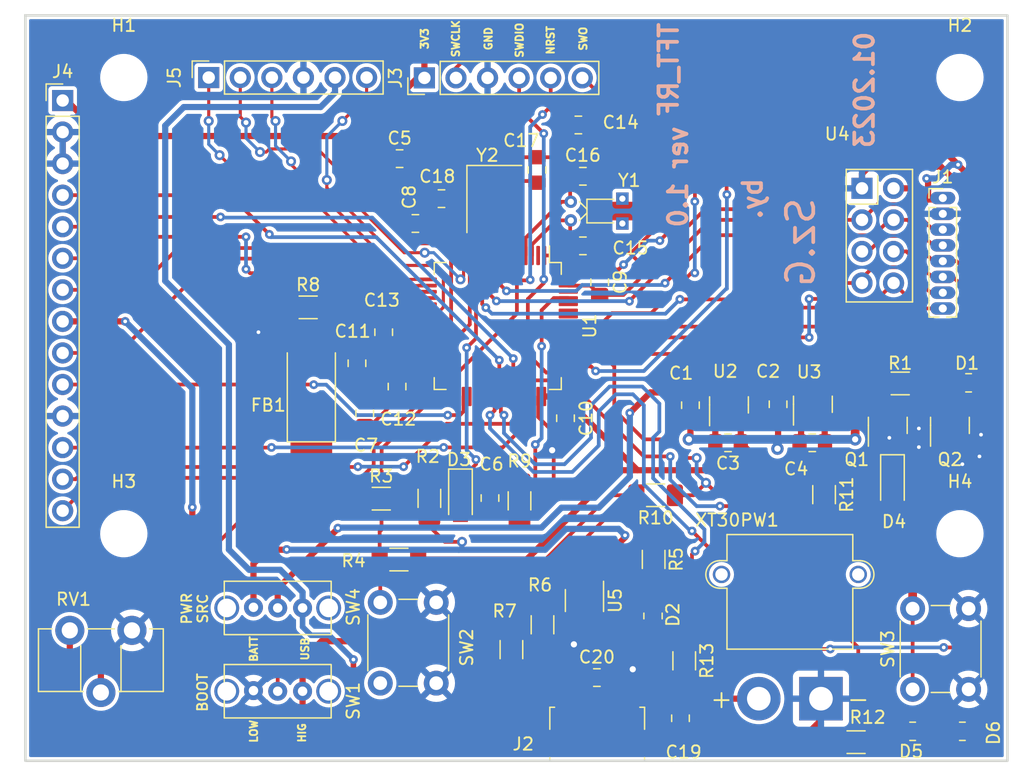
<source format=kicad_pcb>
(kicad_pcb (version 20211014) (generator pcbnew)
  (layers (0 "F.Cu" signal) (31 "B.Cu" power) (34 "B.Paste" user) (35 "F.Paste" user) (36 "B.SilkS" user "B.Silkscreen") (37 "F.SilkS" user "F.Silkscreen") (38 "B.Mask" user) (39 "F.Mask" user) (44 "Edge.Cuts" user))
  (net 0 "")
  (net 1 "+BATT")
  (net 2 "GND")
  (net 3 "/STATE")
  (net 4 "+3.3VA")
  (net 5 "NRST")
  (net 6 "/OSC32_IN")
  (net 7 "/OSC32_OUT")
  (net 8 "/HSE_IN")
  (net 9 "/HSE_OUT")
  (net 10 "Net-(D1-Pad1)")
  (net 11 "+5V")
  (net 16 "/SWCLK")
  (net 17 "/SWDIO")
  (net 18 "/T_CLK")
  (net 19 "/T_DIN")
  (net 20 "/T_DO")
  (net 21 "/T_IRQ")
  (net 22 "/SWO")
  (net 23 "/BOOT0_SW")
  (net 24 "/BOOT0")
  (net 25 "Net-(D2-Pad1)")
  (net 28 "/RXD")
  (net 29 "/TXD")
  (net 30 "/EN")
  (net 35 "Net-(D2-Pad2)")
  (net 49 "Net-(R7-Pad1)")
  (net 50 "Net-(R6-Pad2)")
  (net 51 "Net-(R8-Pad2)")
  (net 52 "/VIN_DI")
  (net 53 "/NRF_CE")
  (net 54 "/NRF_CSN")
  (net 55 "/NRF_SCK")
  (net 56 "/NRF_MOSI")
  (net 57 "/NRF_MISO")
  (net 58 "/TFT_RESET")
  (net 59 "/TFT_DC")
  (net 60 "/TFT_MOSI")
  (net 61 "/TFT_SCK")
  (net 62 "/TFT_LED")
  (net 63 "/TFT_MISO")
  (net 64 "/NRF_IRQ")
  (net 65 "Net-(C17-Pad2)")
  (net 66 "Net-(C18-Pad1)")
  (net 67 "/ADC_BATT")
  (net 68 "/GND_DI62")
  (net 69 "+3.3V")
  (net 70 "Net-(Q1-Pad1)")
  (net 71 "Net-(U1-Pad46)")
  (net 72 "Net-(D5-Pad2)")
  (net 73 "Net-(D6-Pad2)")
  (net 74 "Net-(U1-Pad40)")
  (net 75 "Net-(U1-Pad41)")
  (footprint "Inductor_SMD:L_0805_2012Metric_Pad1.15x1.40mm_HandSolder" (layer "F.Cu") (at 44.85 12.95)
    (fp_text reference "C16")
    (fp_text value "xxpF" hide)
  )
  (footprint "Inductor_SMD:L_0805_2012Metric_Pad1.15x1.40mm_HandSolder" (layer "F.Cu") (at 44.85 18.55)
    (fp_text reference "C15")
    (fp_text value "xxpF" hide)
  )
  (footprint "Inductor_SMD:L_0805_2012Metric_Pad1.15x1.40mm_HandSolder" (layer "F.Cu") (at 26.675 28 -90)
    (fp_text reference "C11")
    (fp_text value "1uF" hide)
  )
  (footprint "Diode_SMD:Nexperia_CFP3_SOD-123W" (layer "F.Cu") (at 69.75 37.625 -90)
    (fp_text reference "D4")
    (fp_text value "3.6V" hide)
  )
  (footprint "Resistor_SMD:R_0805_2012Metric_Pad1.20x1.40mm_HandSolder" (layer "F.Cu") (at 75.375 57.625)
    (fp_text reference "D6")
    (fp_text value "LED" hide)
  )
  (footprint "Inductor_SMD:L_0805_2012Metric_Pad1.15x1.40mm_HandSolder" (layer "F.Cu") (at 37.375 38.85 -90)
    (fp_text reference "C6")
    (fp_text value "100nF" hide)
  )
  (footprint "Connector_PinHeader_2.54mm:PinHeader_1x14_P2.54mm_Vertical" (layer "F.Cu") (at 3 6.85)
    (fp_text reference "J4")
    (fp_text value "Conn_01x14_Male" hide)
  )
  (footprint "Resistor_SMD:R_1206_3216Metric_Pad1.30x1.75mm_HandSolder" (layer "F.Cu") (at 39.1 51.05 -90)
    (fp_text reference "R7")
    (fp_text value "4k7" hide)
  )
  (footprint "Inductor_SMD:L_0805_2012Metric_Pad1.15x1.40mm_HandSolder" (layer "F.Cu") (at 28.825 25.5 90)
    (fp_text reference "C13")
    (fp_text value "10nF" hide)
  )
  (footprint "Resistor_SMD:R_1206_3216Metric_Pad1.30x1.75mm_HandSolder" (layer "F.Cu") (at 32.5 38.875 -90)
    (fp_text reference "R2")
    (fp_text value "10k" hide)
  )
  (footprint "Inductor_SMD:L_0805_2012Metric_Pad1.15x1.40mm_HandSolder" (layer "F.Cu") (at 44.485 8.82)
    (fp_text reference "C14")
    (fp_text value "100nF" hide)
  )
  (footprint "Potentiometer_THT:Potentiometer_ACP_CA9-H5_Horizontal" (layer "F.Cu") (at 8.575 49.5 -90)
    (fp_text reference "RV1")
    (fp_text value "R_Potentiometer" hide)
  )
  (footprint "RF_Module:nRF24L01_Breakout" (layer "F.Cu") (at 67.3 13.92)
    (fp_text reference "U4")
    (fp_text value "NRF24L01_Breakout" hide)
  )
  (footprint "Resistor_SMD:R_0805_2012Metric_Pad1.20x1.40mm_HandSolder" (layer "F.Cu") (at 50.49 48.34 90)
    (fp_text reference "D2")
    (fp_text value "LED" hide)
  )
  (footprint "Inductor_SMD:L_0805_2012Metric_Pad1.15x1.40mm_HandSolder" (layer "F.Cu") (at 46.2 21.475 -90)
    (fp_text reference "C9")
    (fp_text value "100nF" hide)
  )
  (footprint "Package_TO_SOT_SMD:SOT-23" (layer "F.Cu") (at 69.375 33 90)
    (fp_text reference "Q1")
    (fp_text value "DMN2004K-7" hide)
  )
  (footprint "Inductor_SMD:L_0805_2012Metric_Pad1.15x1.40mm_HandSolder" (layer "F.Cu") (at 63.3 34.4 180)
    (fp_text reference "C4")
    (fp_text value "22pF" hide)
  )
  (footprint "Package_TO_SOT_SMD:SOT-23" (layer "F.Cu") (at 56.6 31.35 90)
    (fp_text reference "U2")
    (fp_text value "DI62063.3S2" hide)
  )
  (footprint "Resistor_SMD:R_1206_3216Metric_Pad1.30x1.75mm_HandSolder" (layer "F.Cu") (at 41.6 49.05 90)
    (fp_text reference "R6")
    (fp_text value "10k" hide)
  )
  (footprint "Resistor_SMD:R_1206_3216Metric_Pad1.30x1.75mm_HandSolder" (layer "F.Cu") (at 50.7 38.625 180)
    (fp_text reference "R10")
    (fp_text value "10k" hide)
  )
  (footprint "Inductor_SMD:L_0805_2012Metric_Pad1.15x1.40mm_HandSolder" (layer "F.Cu") (at 29.9 29.875 90)
    (fp_text reference "C12")
    (fp_text value "100nF" hide)
  )
  (footprint "Package_QFP:LQFP-64_10x10mm_P0.5mm" (layer "F.Cu") (at 38 25 -90)
    (fp_text reference "U1")
    (fp_text value "STM32G431RBT6" hide)
  )
  (footprint "UltraLibrarian:os102011" (layer "F.Cu") (at 16.2 45.545)
    (fp_text reference "SW4")
    (fp_text value "SW_SPDT" hide)
  )
  (footprint "Resistor_SMD:R_0805_2012Metric_Pad1.20x1.40mm_HandSolder" (layer "F.Cu") (at 75.875 29.575)
    (fp_text reference "D1")
    (fp_text value "LED" hide)
  )
  (footprint "Inductor_SMD:L_0805_2012Metric_Pad1.15x1.40mm_HandSolder" (layer "F.Cu") (at 56.525 34.4 180)
    (fp_text reference "C3")
    (fp_text value "22pF" hide)
  )
  (footprint "Inductor_SMD:L_0805_2012Metric_Pad1.15x1.40mm_HandSolder" (layer "F.Cu") (at 45.975 53.3)
    (fp_text reference "C20")
    (fp_text value "1uF" hide)
  )
  (footprint "Inductor_SMD:L_0805_2012Metric_Pad1.15x1.40mm_HandSolder" (layer "F.Cu") (at 43.45 32.425 -90)
    (fp_text reference "C10")
    (fp_text value "100nF" hide)
  )
  (footprint "Resistor_SMD:R_1206_3216Metric_Pad1.30x1.75mm_HandSolder" (layer "F.Cu") (at 22.75 23.5)
    (fp_text reference "R8")
    (fp_text value "0R" hide)
  )
  (footprint "Inductor_SMD:L_0805_2012Metric_Pad1.15x1.40mm_HandSolder" (layer "F.Cu") (at 30.105 11.53)
    (fp_text reference "C5")
    (fp_text value "10uF" hide)
  )
  (footprint "Crystal:Crystal_SMD_SeikoEpson_FA238-4Pin_3.2x2.5mm_HandSoldering" (layer "F.Cu") (at 37.72 14.78 -90)
    (fp_text reference "Y2")
    (fp_text value "24Hhz" hide)
  )
  (footprint "Inductor_SMD:L_0805_2012Metric_Pad1.15x1.40mm_HandSolder" (layer "F.Cu") (at 31.375 16.75)
    (fp_text reference "C8")
    (fp_text value "100nF" hide)
  )
  (footprint "MountingHole:MountingHole_3.2mm_M3" (layer "F.Cu") (at 7.92 5)
    (fp_text reference "H1")
    (fp_text value "MountingHole" hide)
  )
  (footprint "Resistor_SMD:R_1206_3216Metric_Pad1.30x1.75mm_HandSolder" (layer "F.Cu") (at 50.54 43.79 -90)
    (fp_text reference "R5")
    (fp_text value "1k" hide)
  )
  (footprint "Resistor_SMD:R_1206_3216Metric_Pad1.30x1.75mm_HandSolder" (layer "F.Cu") (at 53 51.95 -90)
    (fp_text reference "R13")
    (fp_text value "1k" hide)
  )
  (footprint "Package_TO_SOT_SMD:TSOT-23-6_HandSoldering" (layer "F.Cu") (at 45 47.1 -90)
    (fp_text reference "U5")
    (fp_text value "bq21040" hide)
  )
  (footprint "Package_TO_SOT_SMD:SOT-23" (layer "F.Cu") (at 63.35 31.3 90)
    (fp_text reference "U3")
    (fp_text value "DI62063.3S2" hide)
  )
  (footprint "Inductor_SMD:L_0805_2012Metric_Pad1.15x1.40mm_HandSolder" (layer "F.Cu") (at 60.55 31.3 -90)
    (fp_text reference "C2")
    (fp_text value "22pF" hide)
  )
  (footprint "Inductor_SMD:L_0805_2012Metric_Pad1.15x1.40mm_HandSolder" (layer "F.Cu") (at 33.475 14.75 180)
    (fp_text reference "C18")
    (fp_text value "22pF" hide)
  )
  (footprint "Connector_PinHeader_1.27mm:PinHeader_1x08_P1.27mm_Vertical" (layer "F.Cu") (at 73.8 14.7)
    (fp_text reference "J1")
    (fp_text value "Conn_01x08_Male" hide)
  )
  (footprint "MountingHole:MountingHole_3.2mm_M3" (layer "F.Cu") (at 75.18 41.72)
    (fp_text reference "H4")
    (fp_text value "MountingHole" hide)
  )
  (footprint "Resistor_SMD:R_1206_3216Metric_Pad1.30x1.75mm_HandSolder" (layer "F.Cu") (at 39.75 39.075 90)
    (fp_text reference "R9")
    (fp_text value "10k" hide)
  )
  (footprint "Diode_SMD:Nexperia_CFP3_SOD-123W" (layer "F.Cu") (at 35 38.775 -90)
    (fp_text reference "D3")
    (fp_text value "3.6V" hide)
  )
  (footprint "UltraLibrarian:BDS" (layer "F.Cu") (at 24.94 34.375 90)
    (fp_text reference "FB1")
    (fp_text value "120R 100MHz" hide)
  )
  (footprint "Crystal:Crystal_DS10_D1.0mm_L4.3mm_Horizontal_1EP_style2" (layer "F.Cu") (at 43.875 16.5 90)
    (fp_text reference "Y1")
    (fp_text value "32KHz" hide)
  )
  (footprint "Connector_PinSocket_2.54mm:PinSocket_1x06_P2.54mm_Vertical" (layer "F.Cu") (at 14.75 5 90)
    (fp_text reference "J5")
    (fp_text value "Conn_01x06_Female" hide)
  )
  (footprint "Package_TO_SOT_SMD:SOT-23" (layer "F.Cu") (at 74.375 33 90)
    (fp_text reference "Q2")
    (fp_text value "DMN2004K-7" hide)
  )
  (footprint "Connector_AMASS:AMASS_XT30PW-M_1x02_P2.50mm_Horizontal" (layer "F.Cu") (at 64 55)
    (fp_text reference "XT30PW1")
    (fp_text value "Conn_01x02_Male" hide)
  )
  (footprint "Connector_USB:USB_Micro-B_Molex_47346-0001" (layer "F.Cu") (at 46 57.4)
    (fp_text reference "J2")
    (fp_text value "USB_B_Micro" hide)
  )
  (footprint "UltraLibrarian:os102011" (layer "F.Cu") (at 16.2 52.25)
    (fp_text reference "SW1")
    (fp_text value "SW_SPDT" hide)
  )
  (footprint "Inductor_SMD:L_0805_2012Metric_Pad1.15x1.40mm_HandSolder" (layer "F.Cu") (at 53.5 31.375 -90)
    (fp_text reference "C1")
    (fp_text value "22pF" hide)
  )
  (footprint "Inductor_SMD:L_0805_2012Metric_Pad1.15x1.40mm_HandSolder" (layer "F.Cu") (at 27.3 32.025 90)
    (fp_text reference "C7")
    (fp_text value "1uF" hide)
  )
  (footprint "Resistor_SMD:R_1206_3216Metric_Pad1.30x1.75mm_HandSolder" (layer "F.Cu") (at 28.63 38.9)
    (fp_text reference "R3")
    (fp_text value "10KR" hide)
  )
  (footprint "Resistor_SMD:R_1206_3216Metric_Pad1.30x1.75mm_HandSolder" (layer "F.Cu") (at 70.375 29.625 180)
    (fp_text reference "R1")
    (fp_text value "1K5R" hide)
  )
  (footprint "Button_Switch_THT:SW_PUSH_6mm_H4.3mm" (layer "F.Cu") (at 28.55 53.75 90)
    (fp_text reference "SW2")
    (fp_text value "SW_DIP_x01" hide)
  )
  (footprint "Resistor_SMD:R_1206_3216Metric_Pad1.30x1.75mm_HandSolder" (layer "F.Cu") (at 66.825 58.5)
    (fp_text reference "R12")
    (fp_text value "1k" hide)
  )
  (footprint "Inductor_SMD:L_0805_2012Metric_Pad1.15x1.40mm_HandSolder" (layer "F.Cu") (at 52.7 56.575 -90)
    (fp_text reference "C19")
    (fp_text value "1uF" hide)
  )
  (footprint "MountingHole:MountingHole_3.2mm_M3" (layer "F.Cu") (at 7.92 41.72)
    (fp_text reference "H3")
    (fp_text value "MountingHole" hide)
  )
  (footprint "Button_Switch_THT:SW_PUSH_6mm_H4.3mm" (layer "F.Cu") (at 71.375 54.25 90)
    (fp_text reference "SW3")
    (fp_text value "SW_DIP_x01" hide)
  )
  (footprint "Connector_PinHeader_2.54mm:PinHeader_1x06_P2.54mm_Vertical" (layer "F.Cu") (at 32.1 5.03 90)
    (fp_text reference "J3")
    (fp_text value "SWD" hide)
  )
  (footprint "Inductor_SMD:L_0805_2012Metric_Pad1.15x1.40mm_HandSolder" (layer "F.Cu") (at 41.16 12.44 -90)
    (fp_text reference "C17")
    (fp_text value "22pF" hide)
  )
  (footprint "Resistor_SMD:R_1206_3216Metric_Pad1.30x1.75mm_HandSolder" (layer "F.Cu") (at 30.05 43.8 180)
    (fp_text reference "R4")
    (fp_text value "50KR" hide)
  )
  (footprint "MountingHole:MountingHole_3.2mm_M3" (layer "F.Cu") (at 75.18 5)
    (fp_text reference "H2")
    (fp_text value "MountingHole")
  )
  (footprint "Resistor_SMD:R_1206_3216Metric_Pad1.30x1.75mm_HandSolder" (layer "F.Cu") (at 64.25 38.575 -90)
    (fp_text reference "R11")
    (fp_text value "50KR" hide)
  )
  (footprint "Resistor_SMD:R_0805_2012Metric_Pad1.20x1.40mm_HandSolder" (layer "F.Cu") (at 71.375 57.625 180)
    (fp_text reference "D5")
    (fp_text value "LED" hide)
  )
  (gr_rect (start 0 0) (end 79 60) (layer "Edge.Cuts") (width 0.2) (fill none))
  (gr_text "TFT_RF" (at 51.75 4.375 90) (layer "B.SilkS") (effects (font (size 1.5 1.5) (thickness 0.3)) (justify mirror)))
  (gr_text "ver 1.0" (at 52.5 13 90) (layer "B.SilkS") (effects (font (size 1.5 1.5) (thickness 0.3)) (justify mirror)))
  (gr_text "Sz.G" (at 62.375 18.25 90) (layer "B.SilkS") (effects (font (size 2.2 2.2) (thickness 0.3)) (justify mirror)))
  (gr_text "by." (at 58.5 14.75 90) (layer "B.SilkS") (effects (font (size 1.5 1.5) (thickness 0.3)) (justify mirror)))
  (gr_text "01.2023" (at 67.5 6 90) (layer "B.SilkS") (effects (font (size 1.5 1.5) (thickness 0.3)) (justify mirror)))
  (gr_text "SWO" (at 44.875 1.875 90) (layer "F.SilkS") (effects (font (size 0.6 0.6))))
  (gr_text "HIG" (at 22.25 57.75 90) (layer "F.SilkS") (effects (font (size 0.6 0.6))))
  (gr_text "PWR\nSRC" (at 13.625 47.75 90) (layer "F.SilkS") (effects (font (size 0.8 0.8))))
  (gr_text "3V3\n" (at 32.125 1.875 90) (layer "F.SilkS") (effects (font (size 0.6 0.6))))
  (gr_text "LOW" (at 18.375 57.625 90) (layer "F.SilkS") (effects (font (size 0.6 0.6))))
  (gr_text "GND" (at 37.25 1.875 90) (layer "F.SilkS") (effects (font (size 0.6 0.6))))
  (gr_text "NRST" (at 42.25 2 90) (layer "F.SilkS") (effects (font (size 0.6 0.6))))
  (gr_text "SWDIO" (at 39.75 2 90) (layer "F.SilkS") (effects (font (size 0.6 0.6))))
  (gr_text "USB" (at 22.5 51 90) (layer "F.SilkS") (effects (font (size 0.6 0.6))))
  (gr_text "BATT" (at 18.375 51 90) (layer "F.SilkS") (effects (font (size 0.6 0.6))))
  (gr_text "SWCLK" (at 34.625 1.875 90) (layer "F.SilkS") (effects (font (size 0.6 0.6))))
  (gr_text "BOOT" (at 14.25 54.5 90) (layer "F.SilkS") (effects (font (size 0.8 0.8))))
  (segment (start 21.02 42.99) (end 21 43.01) (width 0.5) (layer "F.Cu") (net 1))
  (segment (start 35.125 42.375) (end 33.75 42.375) (width 0.3) (layer "F.Cu") (net 1))
  (segment (start 49.58 43.2) (end 50.54 42.24) (width 0.5) (layer "F.Cu") (net 1))
  (segment (start 33.75 42.375) (end 32.5 41.125) (width 0.3) (layer "F.Cu") (net 1))
  (segment (start 48.025 49.725) (end 48.025 44.175) (width 0.5) (layer "F.Cu") (net 1))
  (segment (start 51.4 53.1) (end 48.025 49.725) (width 0.5) (layer "F.Cu") (net 1))
  (segment (start 52.7 55.55) (end 53.25 55) (width 0.5) (layer "F.Cu") (net 1))
  (segment (start 32.5 41.125) (end 32.5 40.425) (width 0.3) (layer "F.Cu") (net 1))
  (segment (start 47.05 43.2) (end 49.58 43.2) (width 0.5) (layer "F.Cu") (net 1))
  (segment (start 48.025 44.175) (end 47.05 43.2) (width 0.5) (layer "F.Cu") (net 1))
  (segment (start 21 43.01) (end 19.47 43.01) (width 0.5) (layer "F.Cu") (net 1))
  (segment (start 53.25 55) (end 59 55) (width 0.5) (layer "F.Cu") (net 1))
  (segment (start 19.47 43.01) (end 18.35 44.13) (width 0.5) (layer "F.Cu") (net 1))
  (segment (start 51.4 54.325) (end 51.4 53.1) (width 0.5) (layer "F.Cu") (net 1))
  (segment (start 47.05 43.2) (end 45.275 43.2) (width 0.5) (layer "F.Cu") (net 1))
  (segment (start 48.24 42.01) (end 47.05 43.2) (width 0.5) (layer "F.Cu") (net 1))
  (segment (start 52.625 55.55) (end 51.4 54.325) (width 0.5) (layer "F.Cu") (net 1))
  (segment (start 18.35 44.13) (end 18.35 47.645) (width 0.5) (layer "F.Cu") (net 1))
  (segment (start 48.24 41.85) (end 48.24 42.01) (width 0.5) (layer "F.Cu") (net 1))
  (segment (start 45 43.475) (end 45 45.39) (width 0.5) (layer "F.Cu") (net 1))
  (segment (start 45.275 43.2) (end 45 43.475) (width 0.5) (layer "F.Cu") (net 1))
  (via (at 21.02 42.99) (size 0.7) (drill 0.3) (layers "F.Cu" "B.Cu") (net 1))
  (via (at 48.24 41.85) (size 0.7) (drill 0.3) (layers "F.Cu" "B.Cu") (net 1))
  (via (at 35.125 42.375) (size 0.8) (drill 0.4) (layers "F.Cu" "B.Cu") (net 1))
  (segment (start 34.865 43.01) (end 41.81 43.01) (width 0.5) (layer "B.Cu") (net 1))
  (segment (start 41.81 43.01) (end 43.49 41.33) (width 0.5) (layer "B.Cu") (net 1))
  (segment (start 47.72 41.33) (end 48.24 41.85) (width 0.5) (layer "B.Cu") (net 1))
  (segment (start 35.125 42.75) (end 35.125 42.375) (width 0.3) (layer "B.Cu") (net 1))
  (segment (start 21.02 42.99) (end 21.04 43.01) (width 0.5) (layer "B.Cu") (net 1))
  (segment (start 21.04 43.01) (end 34.865 43.01) (width 0.5) (layer "B.Cu") (net 1))
  (segment (start 34.865 43.01) (end 35.125 42.75) (width 0.3) (layer "B.Cu") (net 1))
  (segment (start 43.49 41.33) (end 47.72 41.33) (width 0.5) (layer "B.Cu") (net 1))
  (segment (start 25.375 21.875) (end 27.975 24.475) (width 0.5) (layer "F.Cu") (net 2))
  (segment (start 43.45 33.45) (end 43.45 33.925) (width 0.3) (layer "F.Cu") (net 2))
  (segment (start 34.75 17.98) (end 34.41 17.64) (width 0.3) (layer "F.Cu") (net 2))
  (segment (start 32.4 17.64) (end 32.4 15.77) (width 0.3) (layer "F.Cu") (net 2))
  (segment (start 37.375 39.875) (end 41.5 39.875) (width 0.3) (layer "F.Cu") (net 2))
  (segment (start 35 40.175) (end 37.075 40.175) (width 0.3) (layer "F.Cu") (net 2))
  (segment (start 37.18 8.99) (end 37.18 5.03) (width 0.3) (layer "F.Cu") (net 2))
  (segment (start 45.035 11.415) (end 45.875 12.255) (width 0.3) (layer "F.Cu") (net 2))
  (segment (start 45.035 9.295) (end 45.51 8.82) (width 0.3) (layer "F.Cu") (net 2))
  (segment (start 19.65 25.53) (end 19.65 22.64) (width 0.5) (layer "F.Cu") (net 2))
  (segment (start 52.7 57.6) (end 63.1 57.6) (width 0.45) (layer "F.Cu") (net 2))
  (segment (start 48.9 19.4) (end 48.05 18.55) (width 0.3) (layer "F.Cu") (net 2))
  (segment (start 45 50.125) (end 45 50.76) (width 0.5) (layer "F.Cu") (net 2))
  (segment (start 30.5 28.25) (end 29.9 28.85) (width 0.3) (layer "F.Cu") (net 2))
  (segment (start 63.1 57.6) (end 64 56.7) (width 0.45) (layer "F.Cu") (net 2))
  (segment (start 44.5 50.625) (end 45 50.125) (width 0.5) (layer "F.Cu") (net 2))
  (segment (start 39.605 11.415) (end 37.18 8.99) (width 0.3) (layer "F.Cu") (net 2))
  (segment (start 43.45 33.925) (end 42.375 35) (width 0.3) (layer "F.Cu") (net 2))
  (segment (start 19.65 22.64) (end 20.415 21.875) (width 0.5) (layer "F.Cu") (net 2))
  (segment (start 44.185 51.575) (end 44.075 51.575) (width 0.5) (layer "F.Cu") (net 2))
  (segment (start 75.97 15.94) (end 75.97 14.5) (width 0.5) (layer "F.Cu") (net 2))
  (segment (start 20.21 28.45) (end 19.65 27.89) (width 0.5) (layer "F.Cu") (net 2))
  (segment (start 19.65 27.89) (end 19.65 25.53) (width 0.5) (layer "F.Cu") (net 2))
  (segment (start 72.375 57.625) (end 74.375 57.625) (width 0.3) (layer "F.Cu") (net 2))
  (segment (start 49.45 54.425) (end 49.45 53.22) (width 0.45) (layer "F.Cu") (net 2))
  (segment (start 45 48.81) (end 45 47.5) (width 0.3) (layer "F.Cu") (net 2))
  (segment (start 34.75 19.325) (end 34.75 17.98) (width 0.3) (layer "F.Cu") (net 2))
  (segment (start 74.375 36.125) (end 75.375 36.125) (width 0.7) (layer "F.Cu") (net 2))
  (segment (start 27.3 31) (end 27.3 30.275) (width 0.5) (layer "F.Cu") (net 2))
  (segment (start 41.25 32.325) (end 42.375 33.45) (width 0.3) (layer "F.Cu") (net 2))
  (segment (start 47.375 48.125) (end 47.375 51.145) (width 0.3) (layer "F.Cu") (net 2))
  (segment (start 64 56.7) (end 64 55) (width 0.45) (layer "F.Cu") (net 2))
  (segment (start 45.035 11.415) (end 45.035 9.295) (width 0.3) (layer "F.Cu") (net 2))
  (segment (start 48.11005 22.5) (end 49.35 21.26005) (width 0.3) (layer "F.Cu") (net 2))
  (segment (start 30.9 25.701041) (end 30.9 25.05) (width 0.3) (layer "F.Cu") (net 2))
  (segment (start 75.94 15.97) (end 75.97 15.94) (width 0.5) (layer "F.Cu") (net 2))
  (segment (start 41.6 51.575) (end 40.575 52.6) (width 0.5) (layer "F.Cu") (net 2))
  (segment (start 43.675 21.75) (end 45.45 21.75) (width 0.3) (layer "F.Cu") (net 2))
  (segment (start 73.65 12.18) (end 67.87 12.18) (width 0.5) (layer "F.Cu") (net 2))
  (segment (start 27.3 30.275) (end 26.675 29.65) (width 0.5) (layer "F.Cu") (net 2))
  (segment (start 67.3 12.75) (end 67.3 13.92) (width 0.5) (layer "F.Cu") (net 2))
  (segment (start 24.13 28.45) (end 20.21 28.45) (width 0.5) (layer "F.Cu") (net 2))
  (segment (start 30.9 25.05) (end 30.325 24.475) (width 0.3) (layer "F.Cu") (net 2))
  (segment (start 26.675 29.65) (end 26.675 29.025) (width 0.5) (layer "F.Cu") (net 2))
  (segment (start 48.05 18.55) (end 45.875 18.55) (width 0.3) (layer "F.Cu") (net 2))
  (segment (start 46.2 22.5) (end 48.11005 22.5) (width 0.3) (layer "F.Cu") (net 2))
  (segment (start 42.375 33.45) (end 43.45 33.45) (width 0.3) (layer "F.Cu") (net 2))
  (segment (start 19.65 25.53) (end 18.78 25.53) (width 0.5) (layer "F.Cu") (net 2))
  (segment (start 48.9 18.95) (end 51.38 16.47) (width 0.3) (layer "F.Cu") (net 2))
  (segment (start 49.84 12.87) (end 45.955 12.87) (width 0.3) (layer "F.Cu") (net 2))
  (segment (start 51.38 14.41) (end 49.84 12.87) (width 0.3) (layer "F.Cu") (net 2))
  (segment (start 51.375 57.6) (end 52.7 57.6) (width 0.45) (layer "F.Cu") (net 2))
  (segment (start 45.125 47.375) (end 46.625 47.375) (width 0.3) (layer "F.Cu") (net 2))
  (segment (start 27.975 24.475) (end 28.825 24.475) (width 0.5) (layer "F.Cu") (net 2))
  (segment (start 41.5 39.875) (end 42.5 38.875) (width 0.3) (layer "F.Cu") (net 2))
  (segment (start 50.85 55.825) (end 50.85 57.075) (width 0.45) (layer "F.Cu") (net 2))
  (segment (start 34.64 11.53) (end 37.18 8.99) (width 0.3) (layer "F.Cu") (net 2))
  (segment (start 41.16 11.415) (end 39.605 11.415) (width 0.3) (layer "F.Cu") (net 2))
  (segment (start 31.448959 26.25) (end 30.9 25.701041) (width 0.3) (layer "F.Cu") (net 2))
  (segment (start 47.375 51.145) (end 48.86 52.63) (width 0.3) (layer "F.Cu") (net 2))
  (segment (start 41.6 50.6) (end 41.6 51.575) (width 0.5) (layer "F.Cu") (net 2))
  (segment (start 49.35 21.26005) (end 49.35 19.85) (width 0.3) (layer "F.Cu") (net 2))
  (segment (start 26.675 29.025) (end 24.705 29.025) (width 0.5) (layer "F.Cu") (net 2))
  (segment (start 31.13 11.53) (end 34.64 11.53) (width 0.3) (layer "F.Cu") (net 2))
  (segment (start 41.16 11.415) (end 45.035 11.415) (width 0.3) (layer "F.Cu") (net 2))
  (segment (start 47.3 54.175) (end 47.3 53.6) (width 0.45) (layer "F.Cu") (net 2))
  (segment (start 44.075 51.575) (end 44.125 51.525) (width 0.5) (layer "F.Cu") (net 2))
  (segment (start 34.41 17.64) (end 32.4 17.64) (width 0.3) (layer "F.Cu") (net 2))
  (segment (start 32.325 26.25) (end 31.448959 26.25) (width 0.3) (layer "F.Cu") (net 2))
  (segment (start 32.4 15.77) (end 32.35 15.72) (width 0.3) (layer "F.Cu") (net 2))
  (segment (start 32.35 12.75) (end 31.13 11.53) (width 0.3) (layer "F.Cu") (net 2))
  (segment (start 41.25 30.675) (end 41.25 32.325) (width 0.3) (layer "F.Cu") (net 2))
  (segment (start 45 48.81) (end 45 50.125) (width 0.5) (layer "F.Cu") (net 2))
  (segment (start 75.97 14.5) (end 73.65 12.18) (width 0.5) (layer "F.Cu") (net 2))
  (segment (start 48.9 19.4) (end 48.9 18.95) (width 0.3) (layer "F.Cu") (net 2))
  (segment (start 46.625 47.375) (end 47.375 48.125) (width 0.3) (layer "F.Cu") (net 2))
  (segment (start 18.78 25.53) (end 18.75 25.5) (width 0.3) (layer "F.Cu") (net 2))
  (segment (start 73.8 15.97) (end 75.94 15.97) (width 0.5) (layer "F.Cu") (net 2))
  (segment (start 45 47.5) (end 45.125 47.375) (width 0.3) (layer "F.Cu") (net 2))
  (segment (start 40.575 52.6) (end 39.1 52.6) (width 0.5) (layer "F.Cu") (net 2))
  (segment (start 49.45 53.22) (end 48.86 52.63) (width 0.45) (layer "F.Cu") (net 2))
  (segment (start 47.3 54.425) (end 49.45 54.425) (width 0.45) (layer "F.Cu") (net 2))
  (segment (start 69.75 39.025) (end 71.475 39.025) (width 0.7) (layer "F.Cu") (net 2))
  (segment (start 74.375 57.625) (end 74.375 55.75) (width 0.3) (layer "F.Cu") (net 2))
  (segment (start 67.87 12.18) (end 67.3 12.75) (width 0.5) (layer "F.Cu") (net 2))
  (segment (start 32.35 15.72) (end 32.35 12.75) (width 0.3) (layer "F.Cu") (net 2))
  (segment (start 49.45 54.425) (end 50.85 55.825) (width 0.45) (layer "F.Cu") (net 2))
  (segment (start 44.075 51.575) (end 41.6 51.575) (width 0.5) (layer "F.Cu") (net 2))
  (segment (start 47.3 55.94) (end 47.3 54.175) (width 0.45) (layer "F.Cu") (net 2))
  (segment (start 74.375 55.75) (end 75.875 54.25) (width 0.3) (layer "F.Cu") (net 2))
  (segment (start 44.125 50.625) (end 44.5 50.625) (width 0.5) (layer "F.Cu") (net 2))
  (segment (start 42.5 35.125) (end 42.375 35) (width 0.3) (layer "F.Cu") (net 2))
  (segment (start 30.325 24.475) (end 28.825 24.475) (width 0.3) (layer "F.Cu") (net 2))
  (segment (start 45 50.76) (end 44.185 51.575) (width 0.5) (layer "F.Cu") (net 2))
  (segment (start 24.705 29.025) (end 24.13 28.45) (width 0.5) (layer "F.Cu") (net 2))
  (segment (start 45.875 12.255) (end 45.875 12.95) (width 0.3) (layer "F.Cu") (net 2))
  (segment (start 49.35 19.85) (end 48.9 19.4) (width 0.3) (layer "F.Cu") (net 2))
  (segment (start 32.325 28.25) (end 30.5 28.25) (width 0.3) (layer "F.Cu") (net 2))
  (segment (start 45.45 21.75) (end 46.2 22.5) (width 0.3) (layer "F.Cu") (net 2))
  (segment (start 42.5 38.875) (end 42.5 35.125) (width 0.3) (layer "F.Cu") (net 2))
  (segment (start 20.415 21.875) (end 25.375 21.875) (width 0.5) (layer "F.Cu") (net 2))
  (segment (start 44.125 51.525) (end 44.125 50.625) (width 0.5) (layer "F.Cu") (net 2))
  (segment (start 71.475 39.025) (end 74.375 36.125) (width 0.7) (layer "F.Cu") (net 2))
  (segment (start 51.38 16.47) (end 51.38 14.41) (width 0.3) (layer "F.Cu") (net 2))
  (segment (start 26.85 28.85) (end 29.9 28.85) (width 0.5) (layer "F.Cu") (net 2))
  (segment (start 50.85 57.075) (end 51.375 57.6) (width 0.45) (layer "F.Cu") (net 2))
  (segment (start 3 11.93) (end 3 9.39) (width 0.5) (layer "F.Cu") (net 2))
  (via (at 42.375 35) (size 1) (drill 0.5) (layers "F.Cu" "B.Cu") (net 2))
  (via (at 75.375 36.125) (size 0.7) (drill 0.3) (layers "F.Cu" "B.Cu") (net 2))
  (via (at 69.5 34) (size 0.7) (drill 0.3) (layers "F.Cu" "B.Cu") (net 2))
  (via (at 44.125 50.625) (size 1) (drill 0.5) (layers "F.Cu" "B.Cu") (net 2))
  (via (at 48.86 52.63) (size 1) (drill 0.5) (layers "F.Cu" "B.Cu") (net 2))
  (via (at 71.875 33.25) (size 0.7) (drill 0.3) (layers "F.Cu" "B.Cu") (net 2))
  (via (at 71.875 34.75) (size 0.7) (drill 0.3) (layers "F.Cu" "B.Cu") (net 2))
  (via (at 76.875 33.75) (size 0.7) (drill 0.3) (layers "F.Cu" "B.Cu") (net 2))
  (via (at 18.75 25.5) (size 0.7) (drill 0.3) (layers "F.Cu" "B.Cu") (net 2))
  (via (at 76.75 35.5) (size 0.7) (drill 0.3) (layers "F.Cu" "B.Cu") (net 2))
  (segment (start 21.25 13) (end 17.375 13) (width 0.25) (layer "F.Cu") (net 3))
  (segment (start 17.375 13) (end 15.625 11.25) (width 0.25) (layer "F.Cu") (net 3))
  (segment (start 32.325 21.75) (end 30 21.75) (width 0.25) (layer "F.Cu") (net 3))
  (segment (start 30 21.75) (end 21.25 13) (width 0.25) (layer "F.Cu") (net 3))
  (segment (start 14.75 8.5) (end 14.75 5) (width 0.25) (layer "F.Cu") (net 3))
  (via (at 15.625 11.25) (size 0.8) (drill 0.4) (layers "F.Cu" "B.Cu") (net 3))
  (via (at 14.75 8.5) (size 0.8) (drill 0.4) (layers "F.Cu" "B.Cu") (net 3))
  (segment (start 14.75 8.5) (end 14.75 10.375) (width 0.25) (layer "B.Cu") (net 3))
  (segment (start 14.75 10.375) (end 15.625 11.25) (width 0.25) (layer "B.Cu") (net 3))
  (segment (start 23.1 25.4) (end 23.1 26.005) (width 0.5) (layer "F.Cu") (net 4))
  (segment (start 28.375 26.975) (end 28.825 26.525) (width 0.3) (layer "F.Cu") (net 4))
  (segment (start 32.325 27.25) (end 29.55 27.25) (width 0.3) (layer "F.Cu") (net 4))
  (segment (start 23.005 26.1) (end 24.9 26.1) (width 0.3) (layer "F.Cu") (net 4))
  (segment (start 26.675 26.975) (end 28.375 26.975) (width 0.3) (layer "F.Cu") (net 4))
  (segment (start 25.75 26.95) (end 27.3 26.95) (width 0.3) (layer "F.Cu") (net 4))
  (segment (start 29.55 27.25) (end 28.825 26.525) (width 0.3) (layer "F.Cu") (net 4))
  (segment (start 21.2 23.5) (end 23.1 25.4) (width 0.5) (layer "F.Cu") (net 4))
  (segment (start 24.9 26.1) (end 25.75 26.95) (width 0.3) (layer "F.Cu") (net 4))
  (segment (start 38.75 20.54) (end 38.75 19.325) (width 0.3) (layer "F.Cu") (net 5))
  (segment (start 39.54 21.33) (end 38.75 20.54) (width 0.3) (layer "F.Cu") (net 5))
  (segment (start 42.26 7.32) (end 42.26 5.03) (width 0.3) (layer "F.Cu") (net 5))
  (segment (start 33.998959 29.55) (end 34 29.55) (width 0.3) (layer "F.Cu") (net 5))
  (segment (start 34 29.55) (end 39.54 24.01) (width 0.3) (layer "F.Cu") (net 5))
  (segment (start 41.6 7.98) (end 42.26 7.32) (width 0.3) (layer "F.Cu") (net 5))
  (segment (start 28.5 43.8) (end 28.5 41.55) (width 0.3) (layer "F.Cu") (net 5))
  (segment (start 28.5 41.55) (end 28.65 41.4) (width 0.3) (layer "F.Cu") (net 5))
  (segment (start 39.54 21.33) (end 40.56 21.33) (width 0.3) (layer "F.Cu") (net 5))
  (segment (start 28.66 37.10005) (end 28.66 34.888959) (width 0.3) (layer "F.Cu") (net 5))
  (segment (start 28.65 37.11005) (end 28.66 37.10005) (width 0.3) (layer "F.Cu") (net 5))
  (segment (start 43.46 8.82) (end 42.25 7.61) (width 0.3) (layer "F.Cu") (net 5))
  (segment (start 28.55 47.25) (end 28.55 43.85) (width 0.3) (layer "F.Cu") (net 5))
  (segment (start 28.65 41.4) (end 28.65 37.11005) (width 0.3) (layer "F.Cu") (net 5))
  (segment (start 39.54 24.01) (end 39.54 21.33) (width 0.3) (layer "F.Cu") (net 5))
  (segment (start 42.25 7.33) (end 42.26 7.32) (width 0.3) (layer "F.Cu") (net 5))
  (segment (start 40.56 21.33) (end 40.61 21.28) (width 0.3) (layer "F.Cu") (net 5))
  (segment (start 42.25 7.61) (end 42.25 7.33) (width 0.3) (layer "F.Cu") (net 5))
  (segment (start 28.66 34.888959) (end 33.998959 29.55) (width 0.3) (layer "F.Cu") (net 5))
  (via (at 40.61 21.28) (size 0.7) (drill 0.3) (layers "F.Cu" "B.Cu") (net 5))
  (via (at 41.6 7.98) (size 0.7) (drill 0.3) (layers "F.Cu" "B.Cu") (net 5))
  (segment (start 40.61 8.97) (end 40.61 21.28) (width 0.3) (layer "B.Cu") (net 5))
  (segment (start 41.6 7.98) (end 40.61 8.97) (width 0.3) (layer "B.Cu") (net 5))
  (segment (start 40.75 18.448959) (end 42.698959 16.5) (width 0.3) (layer "F.Cu") (net 6))
  (segment (start 40.75 19.325) (end 40.75 18.448959) (width 0.3) (layer "F.Cu") (net 6))
  (segment (start 42.698959 16.5) (end 43.875 16.5) (width 0.3) (layer "F.Cu") (net 6))
  (segment (start 43.825 18.55) (end 43.825 16.55) (width 0.3) (layer "F.Cu") (net 6))
  (segment (start 43.825 12.95) (end 43.825 14.95) (width 0.3) (layer "F.Cu") (net 7))
  (segment (start 43.15 15) (end 43.875 15) (width 0.3) (layer "F.Cu") (net 7))
  (segment (start 40.25 17.9) (end 43.15 15) (width 0.3) (layer "F.Cu") (net 7))
  (segment (start 40.25 19.325) (end 40.25 17.9) (width 0.3) (layer "F.Cu") (net 7))
  (segment (start 39.75 17.16) (end 38.82 16.23) (width 0.3) (layer "F.Cu") (net 8))
  (segment (start 39.75 19.325) (end 39.75 17.16) (width 0.3) (layer "F.Cu") (net 8))
  (segment (start 39.25 19.325) (end 39.25 18.41) (width 0.3) (layer "F.Cu") (net 9))
  (segment (start 33.92 13.33) (end 36.62 13.33) (width 0.3) (layer "F.Cu") (net 9))
  (segment (start 33.375 13.875) (end 33.92 13.33) (width 0.3) (layer "F.Cu") (net 9))
  (segment (start 38.72 17.88) (end 35.74 17.88) (width 0.3) (layer "F.Cu") (net 9))
  (segment (start 33.375 15.515) (end 33.375 13.875) (width 0.3) (layer "F.Cu") (net 9))
  (segment (start 35.74 17.88) (end 33.375 15.515) (width 0.3) (layer "F.Cu") (net 9))
  (segment (start 39.25 18.41) (end 38.72 17.88) (width 0.3) (layer "F.Cu") (net 9))
  (segment (start 71.925 29.625) (end 74.825 29.625) (width 0.5) (layer "F.Cu") (net 10))
  (segment (start 44.95 53.3) (end 43.915 53.3) (width 0.45) (layer "F.Cu") (net 11))
  (segment (start 44.95 52.275) (end 44.95 53.3) (width 0.5) (layer "F.Cu") (net 11))
  (segment (start 43.915 53.3) (end 43.905 53.31) (width 0.45) (layer "F.Cu") (net 11))
  (segment (start 36.17 56.67) (end 36.17 49.455) (width 0.3) (layer "F.Cu") (net 11))
  (segment (start 36.17 49.455) (end 47 38.625) (width 0.3) (layer "F.Cu") (net 11))
  (segment (start 41.8 53.31) (end 38.44 56.67) (width 0.45) (layer "F.Cu") (net 11))
  (segment (start 47 38.625) (end 49.15 38.625) (width 0.3) (layer "F.Cu") (net 11))
  (segment (start 43.905 53.31) (end 41.8 53.31) (width 0.45) (layer "F.Cu") (net 11))
  (segment (start 45.95 48.81) (end 45.95 51.275) (width 0.5) (layer "F.Cu") (net 11))
  (segment (start 26.76 56.67) (end 26.39 56.3) (width 0.45) (layer "F.Cu") (net 11))
  (segment (start 45.95 51.275) (end 44.95 52.275) (width 0.5) (layer "F.Cu") (net 11))
  (segment (start 38.44 56.67) (end 36.17 56.67) (width 0.45) (layer "F.Cu") (net 11))
  (segment (start 26.39 56.3) (end 26.39 51.85) (width 0.45) (layer "F.Cu") (net 11))
  (segment (start 44.7 55.94) (end 44.7 53.55) (width 0.45) (layer "F.Cu") (net 11))
  (segment (start 36.17 56.67) (end 26.76 56.67) (width 0.45) (layer "F.Cu") (net 11))
  (via (at 26.39 51.85) (size 0.7) (drill 0.3) (layers "F.Cu" "B.Cu") (net 11))
  (segment (start 16.375 43) (end 16.375 26.5) (width 0.5) (layer "B.Cu") (net 11))
  (segment (start 22.3 47.695) (end 22.3 46.425) (width 0.5) (layer "B.Cu") (net 11))
  (segment (start 22.3 49.22) (end 22.3 47.695) (width 0.45) (layer "B.Cu") (net 11))
  (segment (start 11.25 21.375) (end 11.25 8.875) (width 0.5) (layer "B.Cu") (net 11))
  (segment (start 24.91 6.215) (end 24.91 5) (width 0.5) (layer "B.Cu") (net 11))
  (segment (start 23.75 7.375) (end 24.91 6.215) (width 0.5) (layer "B.Cu") (net 11))
  (segment (start 12.75 7.375) (end 23.75 7.375) (width 0.5) (layer "B.Cu") (net 11))
  (segment (start 11.25 8.875) (end 12.75 7.375) (width 0.5) (layer "B.Cu") (net 11))
  (segment (start 18 44.625) (end 16.375 43) (width 0.5) (layer "B.Cu") (net 11))
  (segment (start 22.98 49.9) (end 22.3 49.22) (width 0.45) (layer "B.Cu") (net 11))
  (segment (start 20.5 44.625) (end 18 44.625) (width 0.5) (layer "B.Cu") (net 11))
  (segment (start 16.375 26.5) (end 11.25 21.375) (width 0.5) (layer "B.Cu") (net 11))
  (segment (start 26.39 51.85) (end 24.44 49.9) (width 0.45) (layer "B.Cu") (net 11))
  (segment (start 24.44 49.9) (end 22.98 49.9) (width 0.45) (layer "B.Cu") (net 11))
  (segment (start 22.3 46.425) (end 20.5 44.625) (width 0.5) (layer "B.Cu") (net 11))
  (segment (start 56.41 14.4) (end 56.41 12.61) (width 0.3) (layer "F.Cu") (net 16))
  (segment (start 34.64 4.23) (end 34.64 5.03) (width 0.3) (layer "F.Cu") (net 16))
  (segment (start 46.61 2.81) (end 36.06 2.81) (width 0.3) (layer "F.Cu") (net 16))
  (segment (start 36.06 2.81) (end 34.64 4.23) (width 0.3) (layer "F.Cu") (net 16))
  (segment (start 45.5 28.25) (end 43.675 28.25) (width 0.3) (layer "F.Cu") (net 16))
  (segment (start 45.875 28.625) (end 45.5 28.25) (width 0.3) (layer "F.Cu") (net 16))
  (segment (start 56.41 12.61) (end 46.61 2.81) (width 0.3) (layer "F.Cu") (net 16))
  (segment (start 56.43 14.42) (end 56.41 14.4) (width 0.3) (layer "F.Cu") (net 16))
  (via (at 45.875 28.625) (size 0.7) (drill 0.3) (layers "F.Cu" "B.Cu") (net 16))
  (via (at 56.43 14.42) (size 0.7) (drill 0.3) (layers "F.Cu" "B.Cu") (net 16))
  (segment (start 45.875 28.625) (end 49.755 28.625) (width 0.3) (layer "B.Cu") (net 16))
  (segment (start 56.38 22) (end 56.43 22) (width 0.3) (layer "B.Cu") (net 16))
  (segment (start 49.755 28.625) (end 56.38 22) (width 0.3) (layer "B.Cu") (net 16))
  (segment (start 56.43 22) (end 56.43 14.42) (width 0.3) (layer "B.Cu") (net 16))
  (segment (start 41.7 21.55) (end 41.7 21.24) (width 0.3) (layer "F.Cu") (net 17))
  (segment (start 43.675 28.75) (end 41.9 28.75) (width 0.3) (layer "F.Cu") (net 17))
  (segment (start 39.72 7.53) (end 39.72 5.03) (width 0.3) (layer "F.Cu") (net 17))
  (segment (start 40.42 27.27) (end 40.42 22.83) (width 0.3) (layer "F.Cu") (net 17))
  (segment (start 41.9 28.75) (end 40.42 27.27) (width 0.3) (layer "F.Cu") (net 17))
  (segment (start 41.7 9.51) (end 39.72 7.53) (width 0.3) (layer "F.Cu") (net 17))
  (segment (start 40.42 22.83) (end 41.7 21.55) (width 0.3) (layer "F.Cu") (net 17))
  (via (at 41.7 21.24) (size 0.7) (drill 0.3) (layers "F.Cu" "B.Cu") (net 17))
  (via (at 41.7 9.51) (size 0.7) (drill 0.3) (layers "F.Cu" "B.Cu") (net 17))
  (segment (start 41.7 9.51) (end 41.7 21.24) (width 0.3) (layer "B.Cu") (net 17))
  (segment (start 35.25 31.875) (end 35.025 32.1) (width 0.3) (layer "F.Cu") (net 18))
  (segment (start 35.25 30.675) (end 35.25 31.875) (width 0.3) (layer "F.Cu") (net 18))
  (segment (start 23.185 29.71) (end 3 29.71) (width 0.3) (layer "F.Cu") (net 18))
  (segment (start 23.2 29.725) (end 23.185 29.71) (width 0.3) (layer "F.Cu") (net 18))
  (segment (start 35.025 32.1) (end 34.9495 32.1755) (width 0.3) (layer "F.Cu") (net 18))
  (segment (start 34.9495 32.1755) (end 33.975 32.1755) (width 0.3) (layer "F.Cu") (net 18))
  (via (at 23.2 29.725) (size 0.7) (drill 0.3) (layers "F.Cu" "B.Cu") (net 18))
  (via (at 33.975 32.1755) (size 0.7) (drill 0.3) (layers "F.Cu" "B.Cu") (net 18))
  (segment (start 23.2 29.725) (end 24.2 29.725) (width 0.3) (layer "B.Cu") (net 18))
  (segment (start 26.6505 32.1755) (end 33.975 32.1755) (width 0.3) (layer "B.Cu") (net 18))
  (segment (start 24.2 29.725) (end 26.6505 32.1755) (width 0.3) (layer "B.Cu") (net 18))
  (segment (start 19.785 34.79) (end 19.8 34.775) (width 0.3) (layer "F.Cu") (net 19))
  (segment (start 40.25 32.925) (end 38.4 34.775) (width 0.3) (layer "F.Cu") (net 19))
  (segment (start 38.4 34.775) (end 33.65 34.775) (width 0.3) (layer "F.Cu") (net 19))
  (segment (start 3 34.79) (end 19.785 34.79) (width 0.3) (layer "F.Cu") (net 19))
  (segment (start 40.25 30.675) (end 40.25 32.925) (width 0.3) (layer "F.Cu") (net 19))
  (via (at 19.8 34.775) (size 0.7) (drill 0.3) (layers "F.Cu" "B.Cu") (net 19))
  (via (at 33.65 34.775) (size 0.7) (drill 0.3) (layers "F.Cu" "B.Cu") (net 19))
  (segment (start 19.8 34.775) (end 33.65 34.775) (width 0.3) (layer "B.Cu") (net 19))
  (segment (start 39.75 32.1) (end 38.975 32.875) (width 0.3) (layer "F.Cu") (net 20))
  (segment (start 26.725 36.35) (end 26.75 36.325) (width 0.3) (layer "F.Cu") (net 20))
  (segment (start 4.045 37.33) (end 5.025 36.35) (width 0.3) (layer "F.Cu") (net 20))
  (segment (start 33.875 32.875) (end 30.425 36.325) (width 0.3) (layer "F.Cu") (net 20))
  (segment (start 38.975 32.875) (end 33.875 32.875) (width 0.3) (layer "F.Cu") (net 20))
  (segment (start 3 37.33) (end 4.045 37.33) (width 0.3) (layer "F.Cu") (net 20))
  (segment (start 39.75 30.675) (end 39.75 32.1) (width 0.3) (layer "F.Cu") (net 20))
  (segment (start 5.025 36.35) (end 26.725 36.35) (width 0.3) (layer "F.Cu") (net 20))
  (via (at 26.75 36.325) (size 0.7) (drill 0.3) (layers "F.Cu" "B.Cu") (net 20))
  (via (at 30.425 36.325) (size 0.7) (drill 0.3) (layers "F.Cu" "B.Cu") (net 20))
  (segment (start 26.75 36.325) (end 30.425 36.325) (width 0.3) (layer "B.Cu") (net 20))
  (segment (start 35.75 24.875) (end 35.75 19.325) (width 0.3) (layer "F.Cu") (net 21))
  (segment (start 28.02 36.2) (end 28.02 34.821853) (width 0.3) (layer "F.Cu") (net 21))
  (segment (start 5.645 37.225) (end 26.995 37.225) (width 0.3) (layer "F.Cu") (net 21))
  (segment (start 26.995 37.225) (end 28.02 36.2) (width 0.3) (layer "F.Cu") (net 21))
  (segment (start 3 39.87) (end 5.645 37.225) (width 0.3) (layer "F.Cu") (net 21))
  (segment (start 33.792894 29.05) (end 34.5 28.342894) (width 0.3) (layer "F.Cu") (net 21))
  (segment (start 34.5 28.342894) (end 34.5 26.125) (width 0.3) (layer "F.Cu") (net 21))
  (segment (start 28.02 34.821853) (end 33.791853 29.05) (width 0.3) (layer "F.Cu") (net 21))
  (segment (start 34.5 26.125) (end 35.75 24.875) (width 0.3) (layer "F.Cu") (net 21))
  (segment (start 33.791853 29.05) (end 33.792894 29.05) (width 0.3) (layer "F.Cu") (net 21))
  (segment (start 53.85 20.73) (end 53.58 20.73) (width 0.3) (layer "F.Cu") (net 22))
  (segment (start 45.91 25.25) (end 43.675 25.25) (width 0.3) (layer "F.Cu") (net 22))
  (segment (start 50.34 23.97) (end 47.19 23.97) (width 0.3) (layer "F.Cu") (net 22))
  (segment (start 53.86 14.97) (end 53.86 14.02) (width 0.3) (layer "F.Cu") (net 22))
  (segment (start 53.58 20.73) (end 50.34 23.97) (width 0.3) (layer "F.Cu") (net 22))
  (segment (start 47.19 23.97) (end 45.91 25.25) (width 0.3) (layer "F.Cu") (net 22))
  (segment (start 53.85 14.98) (end 53.86 14.97) (width 0.3) (layer "F.Cu") (net 22))
  (segment (start 53.86 14.02) (end 44.84 5) (width 0.3) (layer "F.Cu") (net 22))
  (via (at 53.85 14.98) (size 0.7) (drill 0.3) (layers "F.Cu" "B.Cu") (net 22))
  (via (at 53.85 20.73) (size 0.7) (drill 0.3) (layers "F.Cu" "B.Cu") (net 22))
  (segment (start 53.85 14.98) (end 53.85 20.73) (width 0.3) (layer "B.Cu") (net 22))
  (segment (start 19.04 38.9) (end 12.85 45.09) (width 0.3) (layer "F.Cu") (net 23))
  (segment (start 12.85 45.09) (end 12.85 48.5) (width 0.3) (layer "F.Cu") (net 23))
  (segment (start 12.85 48.5) (end 14.96 50.61) (width 0.3) (layer "F.Cu") (net 23))
  (segment (start 14.96 50.61) (end 19.61 50.61) (width 0.3) (layer "F.Cu") (net 23))
  (segment (start 19.61 50.61) (end 20.3 51.3) (width 0.3) (layer "F.Cu") (net 23))
  (segment (start 27.08 38.9) (end 19.04 38.9) (width 0.3) (layer "F.Cu") (net 23))
  (segment (start 20.3 51.3) (end 20.3 54.4) (width 0.3) (layer "F.Cu") (net 23))
  (segment (start 41.53 23.73) (end 42.51 22.75) (width 0.3) (layer "F.Cu") (net 24))
  (segment (start 40.475 38.9) (end 30.18 38.9) (width 0.3) (layer "F.Cu") (net 24))
  (segment (start 41.53 23.73) (end 41.53 26.63) (width 0.3) (layer "F.Cu") (net 24))
  (segment (start 41.02 38.355) (end 40.475 38.9) (width 0.3) (layer "F.Cu") (net 24))
  (segment (start 43.675 22.75) (end 42.51 22.75) (width 0.3) (layer "F.Cu") (net 24))
  (segment (start 41.02 34.54) (end 41.02 38.355) (width 0.3) (layer "F.Cu") (net 24))
  (via (at 41.53 26.63) (size 0.7) (drill 0.3) (layers "F.Cu" "B.Cu") (net 24))
  (via (at 41.02 34.54) (size 0.7) (drill 0.3) (layers "F.Cu" "B.Cu") (net 24))
  (segment (start 41.53 34.03) (end 41.02 34.54) (width 0.3) (layer "B.Cu") (net 24))
  (segment (start 41.53 26.63) (end 41.53 34.03) (width 0.3) (layer "B.Cu") (net 24))
  (segment (start 52.04 49.34) (end 52.66 48.72) (width 0.3) (layer "F.Cu") (net 25))
  (segment (start 51.575 40.45) (end 46.71 40.45) (width 0.3) (layer "F.Cu") (net 25))
  (segment (start 44.05 43.11) (end 44.05 45.39) (width 0.3) (layer "F.Cu") (net 25))
  (segment (start 50.49 49.34) (end 52.04 49.34) (width 0.3) (layer "F.Cu") (net 25))
  (segment (start 46.71 40.45) (end 44.05 43.11) (width 0.3) (layer "F.Cu") (net 25))
  (segment (start 52.66 48.72) (end 52.66 41.535) (width 0.3) (layer "F.Cu") (net 25))
  (segment (start 52.66 41.535) (end 51.575 40.45) (width 0.3) (layer "F.Cu") (net 25))
  (segment (start 17.29 8.165) (end 17.29 5) (width 0.25) (layer "F.Cu") (net 28))
  (segment (start 35.25 19.325) (end 35.25 21) (width 0.25) (layer "F.Cu") (net 28))
  (segment (start 17.75 8.625) (end 17.29 8.165) (width 0.25) (layer "F.Cu") (net 28))
  (segment (start 26.625 15.25) (end 30.4745 19.0995) (width 0.25) (layer "F.Cu") (net 28))
  (segment (start 19.375 11) (end 19.625 10.75) (width 0.25) (layer "F.Cu") (net 28))
  (segment (start 18.875 11) (end 19.375 11) (width 0.25) (layer "F.Cu") (net 28))
  (segment (start 26.625 13.875) (end 26.625 15.25) (width 0.25) (layer "F.Cu") (net 28))
  (segment (start 19.625 10.75) (end 23.5 10.75) (width 0.25) (layer "F.Cu") (net 28))
  (segment (start 23.5 10.75) (end 26.625 13.875) (width 0.25) (layer "F.Cu") (net 28))
  (segment (start 35.25 21) (end 35 21.25) (width 0.25) (layer "F.Cu") (net 28))
  (segment (start 30.4745 19.0995) (end 32.125 19.0995) (width 0.25) (layer "F.Cu") (net 28))
  (via (at 35 21.25) (size 0.8) (drill 0.4) (layers "F.Cu" "B.Cu") (net 28))
  (via (at 18.875 11) (size 0.8) (drill 0.4) (layers "F.Cu" "B.Cu") (net 28))
  (via (at 32.125 19.0995) (size 0.8) (drill 0.4) (layers "F.Cu" "B.Cu") (net 28))
  (via (at 17.75 8.625) (size 0.8) (drill 0.4) (layers "F.Cu" "B.Cu") (net 28))
  (segment (start 32.125 19.0995) (end 32.8495 19.0995) (width 0.25) (layer "B.Cu") (net 28))
  (segment (start 17.75 9.875) (end 17.75 8.625) (width 0.25) (layer "B.Cu") (net 28))
  (segment (start 18.875 11) (end 17.75 9.875) (width 0.25) (layer "B.Cu") (net 28))
  (segment (start 32.8495 19.0995) (end 35 21.25) (width 0.25) (layer "B.Cu") (net 28))
  (segment (start 21.375 12) (end 30.625 21.25) (width 0.25) (layer "F.Cu") (net 29))
  (segment (start 19.83 8.205) (end 19.83 5) (width 0.25) (layer "F.Cu") (net 29))
  (segment (start 20.125 8.5) (end 19.83 8.205) (width 0.25) (layer "F.Cu") (net 29))
  (segment (start 30.625 21.25) (end 32.325 21.25) (width 0.25) (layer "F.Cu") (net 29))
  (segment (start 21.375 11.75) (end 21.375 12) (width 0.25) (layer "F.Cu") (net 29))
  (via (at 21.375 11.75) (size 0.8) (drill 0.4) (layers "F.Cu" "B.Cu") (net 29))
  (via (at 20.125 8.5) (size 0.8) (drill 0.4) (layers "F.Cu" "B.Cu") (net 29))
  (segment (start 20.125 8.5) (end 20.125 10.5) (width 0.25) (layer "B.Cu") (net 29))
  (segment (start 20.125 10.5) (end 21.375 11.75) (width 0.25) (layer "B.Cu") (net 29))
  (segment (start 32.875 20.125) (end 30.5 20.125) (width 0.25) (layer "F.Cu") (net 30))
  (segment (start 32.325 23.75) (end 33.375 23.75) (width 0.25) (layer "F.Cu") (net 30))
  (segment (start 25.5 8.5) (end 27.45 6.55) (width 0.25) (layer "F.Cu") (net 30))
  (segment (start 24.25 13.875) (end 24.25 13.25) (width 0.25) (layer "F.Cu") (net 30))
  (segment (start 33.625 23.5) (end 33.625 20.875) (width 0.25) (layer "F.Cu") (net 30))
  (segment (start 33.375 23.75) (end 33.625 23.5) (width 0.25) (layer "F.Cu") (net 30))
  (segment (start 27.45 6.55) (end 27.45 5) (width 0.25) (layer "F.Cu") (net 30))
  (segment (start 33.625 20.875) (end 32.875 20.125) (width 0.25) (layer "F.Cu") (net 30))
  (segment (start 30.5 20.125) (end 24.25 13.875) (width 0.25) (layer "F.Cu") (net 30))
  (via (at 25.5 8.5) (size 0.8) (drill 0.4) (layers "F.Cu" "B.Cu") (net 30))
  (via (at 24.25 13.25) (size 0.8) (drill 0.4) (layers "F.Cu" "B.Cu") (net 30))
  (segment (start 24.25 13.25) (end 24.25 9.75) (width 0.25) (layer "B.Cu") (net 30))
  (segment (start 24.25 9.75) (end 25.5 8.5) (width 0.25) (layer "B.Cu") (net 30))
  (segment (start 50.54 45.34) (end 50.54 47.29) (width 0.5) (layer "F.Cu") (net 35))
  (segment (start 42.99 48.81) (end 42.825 48.975) (width 0.3) (layer "F.Cu") (net 49))
  (segment (start 42.825 48.975) (end 40.775 48.975) (width 0.3) (layer "F.Cu") (net 49))
  (segment (start 40.775 48.975) (end 40.25 49.5) (width 0.3) (layer "F.Cu") (net 49))
  (segment (start 40.25 49.5) (end 39.1 49.5) (width 0.3) (layer "F.Cu") (net 49))
  (segment (start 44.05 48.81) (end 42.99 48.81) (width 0.3) (layer "F.Cu") (net 49))
  (segment (start 45.95 45.39) (end 45.95 46.725) (width 0.3) (layer "F.Cu") (net 50))
  (segment (start 45.95 46.725) (end 45.8 46.875) (width 0.3) (layer "F.Cu") (net 50))
  (segment (start 42.225 46.875) (end 41.95 47.15) (width 0.3) (layer "F.Cu") (net 50))
  (segment (start 45.8 46.875) (end 42.225 46.875) (width 0.3) (layer "F.Cu") (net 50))
  (segment (start 31.05 26.75) (end 29.75 25.45) (width 0.3) (layer "F.Cu") (net 51))
  (segment (start 29.75 25.45) (end 27.8 25.45) (width 0.3) (layer "F.Cu") (net 51))
  (segment (start 32.325 26.75) (end 31.05 26.75) (width 0.3) (layer "F.Cu") (net 51))
  (segment (start 27.8 25.45) (end 25.85 23.5) (width 0.3) (layer "F.Cu") (net 51))
  (segment (start 25.85 23.5) (end 24.3 23.5) (width 0.3) (layer "F.Cu") (net 51))
  (segment (start 25.14 41.3) (end 20.3 46.14) (width 0.5) (layer "F.Cu") (net 52))
  (segment (start 25.14 41.27) (end 25.14 41.3) (width 0.5) (layer "F.Cu") (net 52))
  (segment (start 48.619622 32.005378) (end 50.275 30.35) (width 0.5) (layer "F.Cu") (net 52))
  (segment (start 20.3 46.14) (end 20.3 47.695) (width 0.5) (layer "F.Cu") (net 52))
  (segment (start 50.275 30.35) (end 53.5 30.35) (width 0.5) (layer "F.Cu") (net 52))
  (via (at 48.619622 32.005378) (size 0.7) (drill 0.3) (layers "F.Cu" "B.Cu") (net 52))
  (via (at 25.14 41.27) (size 0.7) (drill 0.3) (layers "F.Cu" "B.Cu") (net 52))
  (segment (start 41.52 41.23) (end 25.18 41.23) (width 0.5) (layer "B.Cu") (net 52))
  (segment (start 48.619622 32.005378) (end 48.625 32.010756) (width 0.5) (layer "B.Cu") (net 52))
  (segment (start 46.125 39.625) (end 43.125 39.625) (width 0.5) (layer "B.Cu") (net 52))
  (segment (start 48.625 32.010756) (end 48.625 37.125) (width 0.5) (layer "B.Cu") (net 52))
  (segment (start 43.125 39.625) (end 41.52 41.23) (width 0.5) (layer "B.Cu") (net 52))
  (segment (start 48.625 37.125) (end 46.125 39.625) (width 0.5) (layer "B.Cu") (net 52))
  (segment (start 25.18 41.23) (end 25.14 41.27) (width 0.5) (layer "B.Cu") (net 52))
  (segment (start 72.99 17.24) (end 70.94 15.19) (width 0.3) (layer "F.Cu") (net 53))
  (segment (start 68.57 15.19) (end 67.3 16.46) (width 0.3) (layer "F.Cu") (net 53))
  (segment (start 37.25 22.35) (end 37.25 19.325) (width 0.3) (layer "F.Cu") (net 53))
  (segment (start 48.59 23.01) (end 48.59 22.99) (width 0.3) (layer "F.Cu") (net 53))
  (segment (start 48.59 22.99) (end 55.12 16.46) (width 0.3) (layer "F.Cu") (net 53))
  (segment (start 73.34 17.24) (end 72.99 17.24) (width 0.3) (layer "F.Cu") (net 53))
  (segment (start 55.12 16.46) (end 67.3 16.46) (width 0.3) (layer "F.Cu") (net 53))
  (segment (start 37.89 22.99) (end 37.25 22.35) (width 0.3) (layer "F.Cu") (net 53))
  (segment (start 70.94 15.19) (end 68.57 15.19) (width 0.3) (layer "F.Cu") (net 53))
  (via (at 48.59 23.01) (size 0.7) (drill 0.3) (layers "F.Cu" "B.Cu") (net 53))
  (via (at 37.89 22.99) (size 0.7) (drill 0.3) (layers "F.Cu" "B.Cu") (net 53))
  (segment (start 48.58 23) (end 48.59 23.01) (width 0.3) (layer "B.Cu") (net 53))
  (segment (start 37.9 23) (end 48.58 23) (width 0.3) (layer "B.Cu") (net 53))
  (segment (start 37.89 22.99) (end 37.9 23) (width 0.3) (layer "B.Cu") (net 53))
  (segment (start 55.32 17.69) (end 51.46 21.55) (width 0.3) (layer "F.Cu") (net 54))
  (segment (start 65.94 17.69) (end 55.32 17.69) (width 0.3) (layer "F.Cu") (net 54))
  (segment (start 70.96 16.46) (end 73.01 18.51) (width 0.3) (layer "F.Cu") (net 54))
  (segment (start 69.5 16.46) (end 68.26 17.7) (width 0.3) (layer "F.Cu") (net 54))
  (segment (start 69.84 16.46) (end 70.96 16.46) (width 0.3) (layer "F.Cu") (net 54))
  (segment (start 68.26 17.7) (end 65.95 17.7) (width 0.3) (layer "F.Cu") (net 54))
  (segment (start 38.25 21.73) (end 38.25 19.325) (width 0.3) (layer "F.Cu") (net 54))
  (segment (start 65.95 17.7) (end 65.94 17.69) (width 0.3) (layer "F.Cu") (net 54))
  (segment (start 38.7 22.18) (end 38.25 21.73) (width 0.3) (layer "F.Cu") (net 54))
  (segment (start 73.01 18.51) (end 73.12 18.51) (width 0.3) (layer "F.Cu") (net 54))
  (via (at 51.46 21.55) (size 0.7) (drill 0.3) (layers "F.Cu" "B.Cu") (net 54))
  (via (at 38.7 22.18) (size 0.7) (drill 0.3) (layers "F.Cu" "B.Cu") (net 54))
  (segment (start 38.7 22.18) (end 44.31 22.18) (width 0.3) (layer "B.Cu") (net 54))
  (segment (start 51.31 21.7) (end 51.46 21.55) (width 0.3) (layer "B.Cu") (net 54))
  (segment (start 44.31 22.18) (end 44.79 21.7) (width 0.3) (layer "B.Cu") (net 54))
  (segment (start 44.79 21.7) (end 51.31 21.7) (width 0.3) (layer "B.Cu") (net 54))
  (segment (start 69.08 17.75) (end 67.83 19) (width 0.3) (layer "F.Cu") (net 55))
  (segment (start 76.19 25.15) (end 76.19 21.07) (width 0.3) (layer "F.Cu") (net 55))
  (segment (start 74.9 19.78) (end 73.8 19.78) (width 0.3) (layer "F.Cu") (net 55))
  (segment (start 73.02 19.78) (end 70.99 17.75) (width 0.3) (layer "F.Cu") (net 55))
  (segment (start 73.26 19.78) (end 73.02 19.78) (width 0.3) (layer "F.Cu") (net 55))
  (segment (start 63.69 27.25) (end 64.9 26.04) (width 0.3) (layer "F.Cu") (net 55))
  (segment (start 64.9 26.04) (end 75.3 26.04) (width 0.3) (layer "F.Cu") (net 55))
  (segment (start 43.675 27.25) (end 63.69 27.25) (width 0.3) (layer "F.Cu") (net 55))
  (segment (start 70.99 17.75) (end 69.08 17.75) (width 0.3) (layer "F.Cu") (net 55))
  (segment (start 75.3 26.04) (end 76.19 25.15) (width 0.3) (layer "F.Cu") (net 55))
  (segment (start 76.19 21.07) (end 74.9 19.78) (width 0.3) (layer "F.Cu") (net 55))
  (segment (start 47.26 25.05) (end 74.82 25.05) (width 0.3) (layer "F.Cu") (net 56))
  (segment (start 43.675 26.25) (end 46.06 26.25) (width 0.3) (layer "F.Cu") (net 56))
  (segment (start 75.5 21.93) (end 74.62 21.05) (width 0.3) (layer "F.Cu") (net 56))
  (segment (start 75.5 24.37) (end 75.5 21.93) (width 0.3) (layer "F.Cu") (net 56))
  (segment (start 74.82 25.05) (end 75.5 24.37) (width 0.3) (layer "F.Cu") (net 56))
  (segment (start 46.06 26.25) (end 47.26 25.05) (width 0.3) (layer "F.Cu") (net 56))
  (segment (start 70.875 19) (end 69.84 19) (width 0.3) (layer "F.Cu") (net 56))
  (segment (start 73.56 21.05) (end 72.925 21.05) (width 0.3) (layer "F.Cu") (net 56))
  (segment (start 72.925 21.05) (end 70.875 19) (width 0.3) (layer "F.Cu") (net 56))
  (segment (start 46.73 26.75) (end 43.675 26.75) (width 0.3) (layer "F.Cu") (net 57))
  (segment (start 68.18 20.27) (end 67.3 21.15) (width 0.3) (layer "F.Cu") (net 57))
  (segment (start 63.05 25.92) (end 47.56 25.92) (width 0.3) (layer "F.Cu") (net 57))
  (segment (start 63.05 22.82) (end 64.43 22.82) (width 0.3) (layer "F.Cu") (net 57))
  (segment (start 64.43 22.82) (end 65.71 21.54) (width 0.3) (layer "F.Cu") (net 57))
  (segment (start 73.22 22.32) (end 72.82 22.32) (width 0.3) (layer "F.Cu") (net 57))
  (segment (start 72.82 22.32) (end 70.77 20.27) (width 0.3) (layer "F.Cu") (net 57))
  (segment (start 70.77 20.27) (end 68.18 20.27) (width 0.3) (layer "F.Cu") (net 57))
  (segment (start 47.56 25.92) (end 46.73 26.75) (width 0.3) (layer "F.Cu") (net 57))
  (segment (start 65.71 21.54) (end 67.3 21.54) (width 0.3) (layer "F.Cu") (net 57))
  (via (at 63.05 22.82) (size 0.7) (drill 0.3) (layers "F.Cu" "B.Cu") (net 57))
  (via (at 63.05 25.92) (size 0.7) (drill 0.3) (layers "F.Cu" "B.Cu") (net 57))
  (segment (start 63.05 22.82) (end 63.05 25.92) (width 0.3) (layer "B.Cu") (net 57))
  (segment (start 38.125 28.5) (end 38.75 29.125) (width 0.3) (layer "F.Cu") (net 58))
  (segment (start 38.125 27.75) (end 38.125 28.5) (width 0.3) (layer "F.Cu") (net 58))
  (segment (start 19.625 17.625) (end 16.47 14.47) (width 0.3) (layer "F.Cu") (net 58))
  (segment (start 38.75 29.125) (end 38.75 30.675) (width 0.3) (layer "F.Cu") (net 58))
  (segment (start 16.47 14.47) (end 3 14.47) (width 0.3) (layer "F.Cu") (net 58))
  (via (at 38.125 27.75) (size 0.7) (drill 0.3) (layers "F.Cu" "B.Cu") (net 58))
  (via (at 19.625 17.625) (size 0.7) (drill 0.3) (layers "F.Cu" "B.Cu") (net 58))
  (segment (start 19.625 17.725) (end 19.625 17.625) (width 0.3) (layer "B.Cu") (net 58))
  (segment (start 19.75 17.85) (end 19.625 17.725) (width 0.3) (layer "B.Cu") (net 58))
  (segment (start 38.125 27.75) (end 28.225 17.85) (width 0.3) (layer "B.Cu") (net 58))
  (segment (start 28.225 17.85) (end 19.75 17.85) (width 0.3) (layer "B.Cu") (net 58))
  (segment (start 8.44 17.01) (end 3 17.01) (width 0.3) (layer "F.Cu") (net 59))
  (segment (start 15.7 16.225) (end 9.225 16.225) (width 0.3) (layer "F.Cu") (net 59))
  (segment (start 39.25 27.625) (end 39.25 30.675) (width 0.3) (layer "F.Cu") (net 59))
  (segment (start 9.225 16.225) (end 8.44 17.01) (width 0.3) (layer "F.Cu") (net 59))
  (via (at 39.25 27.625) (size 0.7) (drill 0.3) (layers "F.Cu" "B.Cu") (net 59))
  (via (at 15.7 16.225) (size 0.7) (drill 0.3) (layers "F.Cu" "B.Cu") (net 59))
  (segment (start 27.9 16.275) (end 15.75 16.275) (width 0.3) (layer "B.Cu") (net 59))
  (segment (start 39.25 27.625) (end 27.9 16.275) (width 0.3) (layer "B.Cu") (net 59))
  (segment (start 15.75 16.275) (end 15.7 16.225) (width 0.3) (layer "B.Cu") (net 59))
  (segment (start 25.75 20.75) (end 28.25 23.25) (width 0.3) (layer "F.Cu") (net 60))
  (segment (start 28.25 23.25) (end 32.325 23.25) (width 0.3) (layer "F.Cu") (net 60))
  (segment (start 18.075 20.75) (end 25.75 20.75) (width 0.3) (layer "F.Cu") (net 60))
  (segment (start 10.525 17.825) (end 8.8 19.55) (width 0.3) (layer "F.Cu") (net 60))
  (segment (start 17.75 17.825) (end 10.525 17.825) (width 0.3) (layer "F.Cu") (net 60))
  (segment (start 8.8 19.55) (end 3 19.55) (width 0.3) (layer "F.Cu") (net 60))
  (segment (start 17.75 20.425) (end 18.075 20.75) (width 0.3) (layer "F.Cu") (net 60))
  (via (at 17.75 20.425) (size 0.7) (drill 0.3) (layers "F.Cu" "B.Cu") (net 60))
  (via (at 17.75 17.825) (size 0.7) (drill 0.3) (layers "F.Cu" "B.Cu") (net 60))
  (segment (start 17.75 17.825) (end 17.75 20.425) (width 0.3) (layer "B.Cu") (net 60))
  (segment (start 12.3 18.725) (end 8.935 22.09) (width 0.3) (layer "F.Cu") (net 61))
  (segment (start 32.325 22.25) (end 29.25 22.25) (width 0.3) (layer "F.Cu") (net 61))
  (segment (start 29.25 22.25) (end 25.725 18.725) (width 0.3) (layer "F.Cu") (net 61))
  (segment (start 8.935 22.09) (end 3 22.09) (width 0.3) (layer "F.Cu") (net 61))
  (segment (start 25.725 18.725) (end 12.3 18.725) (width 0.3) (layer "F.Cu") (net 61))
  (segment (start 13.43 42.65) (end 13.43 39.59) (width 0.5) (layer "F.Cu") (net 62))
  (segment (start 8.03 24.63) (end 3 24.63) (width 0.5) (layer "F.Cu") (net 62))
  (segment (start 6.075 48.665) (end 7.71 47.03) (width 0.5) (layer "F.Cu") (net 62))
  (segment (start 6.075 54.5) (end 6.075 48.665) (width 0.5) (layer "F.Cu") (net 62))
  (segment (start 9.05 47.03) (end 13.43 42.65) (width 0.5) (layer "F.Cu") (net 62))
  (segment (start 7.71 47.03) (end 9.05 47.03) (width 0.5) (layer "F.Cu") (net 62))
  (via (at 13.43 39.59) (size 0.7) (drill 0.3) (layers "F.Cu" "B.Cu") (net 62))
  (via (at 8.03 24.63) (size 0.7) (drill 0.3) (layers "F.Cu" "B.Cu") (net 62))
  (segment (start 13.43 30.03) (end 8.03 24.63) (width 0.5) (layer "B.Cu") (net 62))
  (segment (start 13.43 39.59) (end 13.43 30.03) (width 0.5) (layer "B.Cu") (net 62))
  (segment (start 18.975 19.75) (end 18.8 19.575) (width 0.3) (layer "F.Cu") (net 63))
  (segment (start 15.1 19.575) (end 7.505 27.17) (width 0.3) (layer "F.Cu") (net 63))
  (segment (start 32.325 22.75) (end 28.75 22.75) (width 0.3) (layer "F.Cu") (net 63))
  (segment (start 28.75 22.75) (end 25.75 19.75) (width 0.3) (layer "F.Cu") (net 63))
  (segment (start 7.505 27.17) (end 3 27.17) (width 0.3) (layer "F.Cu") (net 63))
  (segment (start 25.75 19.75) (end 18.975 19.75) (width 0.3) (layer "F.Cu") (net 63))
  (segment (start 18.8 19.575) (end 15.1 19.575) (width 0.3) (layer "F.Cu") (net 63))
  (segment (start 61.37 23.52) (end 67.86 23.52) (width 0.3) (layer "F.Cu") (net 64))
  (segment (start 52.65 22.85) (end 52.67 22.85) (width 0.3) (layer "F.Cu") (net 64))
  (segment (start 52.68 22.86) (end 60.71 22.86) (width 0.3) (layer "F.Cu") (net 64))
  (segment (start 36.75 23.23) (end 36.75 19.325) (width 0.3) (layer "F.Cu") (net 64))
  (segment (start 71.89 23.59) (end 73.8 23.59) (width 0.3) (layer "F.Cu") (net 64))
  (segment (start 69.84 21.54) (end 71.89 23.59) (width 0.3) (layer "F.Cu") (net 64))
  (segment (start 67.86 23.52) (end 69.84 21.54) (width 0.3) (layer "F.Cu") (net 64))
  (segment (start 60.71 22.86) (end 61.37 23.52) (width 0.3) (layer "F.Cu") (net 64))
  (segment (start 52.67 22.85) (end 52.68 22.86) (width 0.3) (layer "F.Cu") (net 64))
  (segment (start 37.04 23.52) (end 36.75 23.23) (width 0.3) (layer "F.Cu") (net 64))
  (via (at 37.04 23.52) (size 0.7) (drill 0.3) (layers "F.Cu" "B.Cu") (net 64))
  (via (at 52.65 22.85) (size 0.7) (drill 0.3) (layers "F.Cu" "B.Cu") (net 64))
  (segment (start 52.65 22.85) (end 51.49 24.01) (width 0.3) (layer "B.Cu") (net 64))
  (segment (start 37.53 24.01) (end 37.04 23.52) (width 0.3) (layer "B.Cu") (net 64))
  (segment (start 51.49 24.01) (end 37.53 24.01) (width 0.3) (layer "B.Cu") (net 64))
  (segment (start 38.82 13.33) (end 41.025 13.33) (width 0.3) (layer "F.Cu") (net 65))
  (segment (start 35.47 15.72) (end 36.11 15.72) (width 0.3) (layer "F.Cu") (net 66))
  (segment (start 34.5 14.75) (end 35.47 15.72) (width 0.3) (layer "F.Cu") (net 66))
  (segment (start 33.375 37.325) (end 39.225 37.325) (width 0.3) (layer "F.Cu") (net 67))
  (segment (start 36.25 35.75) (end 36.25 36.125) (width 0.3) (layer "F.Cu") (net 67))
  (segment (start 36.25 36.125) (end 35 37.375) (width 0.3) (layer "F.Cu") (net 67))
  (segment (start 36.25 19.325) (end 36.25 26) (width 0.3) (layer "F.Cu") (net 67))
  (segment (start 36.25 26) (end 35.5 26.75) (width 0.3) (layer "F.Cu") (net 67))
  (via (at 35.5 26.75) (size 0.7) (drill 0.3) (layers "F.Cu" "B.Cu") (net 67))
  (via (at 36.25 35.75) (size 0.7) (drill 0.3) (layers "F.Cu" "B.Cu") (net 67))
  (segment (start 35.5 35) (end 36.25 35.75) (width 0.3) (layer "B.Cu") (net 67))
  (segment (start 35.5 26.75) (end 35.5 35) (width 0.3) (layer "B.Cu") (net 67))
  (segment (start 69.375 32.0625) (end 74.125 32.0625) (width 0.7) (layer "F.Cu") (net 68))
  (segment (start 67.5625 32.0625) (end 69.375 32.0625) (width 0.7) (layer "F.Cu") (net 68))
  (segment (start 62.4 32.2375) (end 62.4 34.275) (width 0.5) (layer "F.Cu") (net 68))
  (segment (start 69.375 32.0625) (end 69.375 30.175) (width 0.5) (layer "F.Cu") (net 68))
  (segment (start 53.5 34) (end 53.375 34.125) (width 0.5) (layer "F.Cu") (net 68))
  (segment (start 60.55 34.825) (end 60.55 32.325) (width 0.5) (layer "F.Cu") (net 68))
  (segment (start 60.55 32.325) (end 62.3125 32.325) (width 0.5) (layer "F.Cu") (net 68))
  (segment (start 66.75 32.875) (end 67.5625 32.0625) (width 0.7) (layer "F.Cu") (net 68))
  (segment (start 60.5 34.875) (end 60.55 34.825) (width 0.5) (layer "F.Cu") (net 68))
  (segment (start 53.5 32.4) (end 55.5375 32.4) (width 0.5) (layer "F.Cu") (net 68))
  (segment (start 55.5 34.4) (end 55.5 32.4375) (width 0.5) (layer "F.Cu") (net 68))
  (segment (start 55.5375 32.4) (end 55.65 32.2875) (width 0.5) (layer "F.Cu") (net 68))
  (segment (start 62.3125 32.325) (end 62.4 32.2375) (width 0.5) (layer "F.Cu") (net 68))
  (segment (start 55.5 32.4375) (end 55.65 32.2875) (width 0.5) (layer "F.Cu") (net 68))
  (segment (start 69.375 30.175) (end 68.825 29.625) (width 0.5) (layer "F.Cu") (net 68))
  (segment (start 66.75 34.125) (end 66.75 32.875) (width 0.7) (layer "F.Cu") (net 68))
  (segment (start 53.5 32.4) (end 53.5 34) (width 0.5) (layer "F.Cu") (net 68))
  (via (at 53.375 34.125) (size 1) (drill 0.5) (layers "F.Cu" "B.Cu") (net 68))
  (via (at 60.5 34.875) (size 1) (drill 0.5) (layers "F.Cu" "B.Cu") (net 68))
  (via (at 66.75 34.125) (size 1) (drill 0.5) (layers "F.Cu" "B.Cu") (net 68))
  (segment (start 60.5 34.875) (end 60.5 34.125) (width 0.7) (layer "B.Cu") (net 68))
  (segment (start 66.75 34.125) (end 53.375 34.125) (width 0.7) (layer "B.Cu") (net 68))
  (segment (start 41.875 30.675) (end 42.725 30.675) (width 0.5) (layer "F.Cu") (net 69))
  (segment (start 41.75 19.325) (end 42.215 19.325) (width 0.3) (layer "F.Cu") (net 69))
  (segment (start 72.615 13.24) (end 72.615 14.815) (width 0.5) (layer "F.Cu") (net 69))
  (segment (start 47.73 20.45) (end 48.12 20.06) (width 0.3) (layer "F.Cu") (net 69))
  (segment (start 64.77 1.76) (end 33.89 1.76) (width 0.5) (layer "F.Cu") (net 69))
  (segment (start 77.4 24.788528) (end 77.4 14.41) (width 0.5) (layer "F.Cu") (net 69))
  (segment (start 42.215 19.325) (end 43.675 20.785) (width 0.3) (layer "F.Cu") (net 69))
  (segment (start 53.38 16.9) (end 52.27 16.9) (width 0.3) (layer "F.Cu") (net 69))
  (segment (start 26.86 9.71) (end 29.135 7.435) (width 0.5) (layer "F.Cu") (net 69))
  (segment (start 30.96 44.44) (end 31.6 43.8) (width 0.5) (layer "F.Cu") (net 69))
  (segment (start 42.725 30.675) (end 43.45 31.4) (width 0.5) (layer "F.Cu") (net 69))
  (segment (start 54.68 15.6) (end 53.38 16.9) (width 0.3) (layer "F.Cu") (net 69))
  (segment (start 34.25 25.625) (end 33.875 26) (width 0.3) (layer "F.Cu") (net 69))
  (segment (start 64.325 35.565) (end 64.325 34.4) (width 0.5) (layer "F.Cu") (net 69))
  (segment (start 76.875 29.575) (end 76.875 27.966472) (width 0.5) (layer "F.Cu") (net 69))
  (segment (start 5.51 57.82) (end 20.07 57.82) (width 0.5) (layer "F.Cu") (net 69))
  (segment (start 33.89 1.76) (end 32.1 3.55) (width 0.5) (layer "F.Cu") (net 69))
  (segment (start 32.325 28.75) (end 32.325 29.315) (width 0.3) (layer "F.Cu") (net 69))
  (segment (start 77.4 14.41) (end 75.03 12.04) (width 0.5) (layer "F.Cu") (net 69))
  (segment (start 33.384746 28.75) (end 32.325 28.75) (width 0.3) (layer "F.Cu") (net 69))
  (segment (start 34.1 19.325) (end 33.025 18.25) (width 0.5) (layer "F.Cu") (net 69))
  (segment (start 69.62 6.61) (end 64.77 1.76) (width 0.5) (layer "F.Cu") (net 69))
  (segment (start 3.575 49.5) (end 3.575 55.885) (width 0.5) (layer "F.Cu") (net 69))
  (segment (start 69.64 6.61) (end 69.64 6.65) (width 0.3) (layer "F.Cu") (net 69))
  (segment (start 27.75 33.05) (end 29.9 30.9) (width 0.3) (layer "F.Cu") (net 69))
  (segment (start 69.64 6.65) (end 60.69 15.6) (width 0.3) (layer "F.Cu") (net 69))
  (segment (start 6.18 9.71) (end 26.86 9.71) (width 0.5) (layer "F.Cu") (net 69))
  (segment (start 26.25 34.1) (end 27.3 33.05) (width 0.3) (layer "F.Cu") (net 69))
  (segment (start 75.03 12.04) (end 75.03 12.02) (width 0.5) (layer "F.Cu") (net 69))
  (segment (start 20.07 57.82) (end 22.3 55.59) (width 0.5) (layer "F.Cu") (net 69))
  (segment (start 64.3 32.2375) (end 65.0625 32.2375) (width 0.5) (layer "F.Cu") (net 69))
  (segment (start 72.5 13.125) (end 72.615 13.24) (width 0.5) (layer "F.Cu") (net 69))
  (segment (start 30.96 48.79) (end 30.96 44.44) (width 0.5) (layer "F.Cu") (net 69))
  (segment (start 66.75 28) (end 68.11 26.64) (width 0.5) (layer "F.Cu") (net 69))
  (segment (start 44.01 20.45) (end 46.2 20.45) (width 0.3) (layer "F.Cu") (net 69))
  (segment (start 32.1 3.55) (end 32.1 5.03) (width 0.5) (layer "F.Cu") (net 69))
  (segment (start 44.025 31.4) (end 43.45 31.4) (width 0.5) (layer "F.Cu") (net 69))
  (segment (start 69.84 13.92) (end 71.72 13.92) (width 0.5) (layer "F.Cu") (net 69))
  (segment (start 65.0625 32.2375) (end 66.75 30.55) (width 0.5) (layer "F.Cu") (net 69))
  (segment (start 57.55 34.4) (end 59.76 36.61) (width 0.5) (layer "F.Cu") (net 69))
  (segment (start 23.005 34.1) (end 26.25 34.1) (width 0.3) (layer "F.Cu") (net 69))
  (segment (start 22.3 51.89) (end 23.815 50.375) (width 0.5) (layer "F.Cu") (net 69))
  (segment (start 33.875 28.259746) (end 33.384746 28.75) (width 0.3) (layer "F.Cu") (net 69))
  (segment (start 23.815 50.375) (end 29.375 50.375) (width 0.5) (layer "F.Cu") (net 69))
  (segment (start 22.3 55.59) (end 22.3 54.4) (width 0.5) (layer "F.Cu") (net 69))
  (segment (start 64.3 32.2375) (end 64.3 34.375) (width 0.5) (layer "F.Cu") (net 69))
  (segment (start 68.11 26.64) (end 75.548528 26.64) (width 0.5) (layer "F.Cu") (net 69))
  (segment (start 3.575 55.885) (end 5.51 57.82) (width 0.5) (layer "F.Cu") (net 69))
  (segment (start 31.625 18.25) (end 29.135 15.76) (width 0.5) (layer "F.Cu") (net 69))
  (segment (start 66.75 30.55) (end 66.75 28) (width 0.5) (layer "F.Cu") (net 69))
  (segment (start 49.235 36.61) (end 44.025 31.4) (width 0.5) (layer "F.Cu") (net 69))
  (segment (start 22.3 54.4) (end 22.3 51.89) (width 0.5) (layer "F.Cu") (net 69))
  (segment (start 40.325 43.8) (end 47.5 36.625) (width 0.5) (layer "F.Cu") (net 69))
  (segment (start 75.548528 26.64) (end 77.4 24.788528) (width 0.5) (layer "F.Cu") (net 69))
  (segment (start 29.375 50.375) (end 30.96 48.79) (width 0.5) (layer "F.Cu") (net 69))
  (segment (start 63.28 36.61) (end 64.325 35.565) (width 0.5) (layer "F.Cu") (net 69))
  (segment (start 31.6 43.8) (end 40.325 43.8) (width 0.5) (layer "F.Cu") (net 69))
  (segment (start 60.69 15.6) (end 54.68 15.6) (width 0.3) (layer "F.Cu") (net 69))
  (segment (start 76.875 27.966472) (end 75.548528 26.64) (width 0.5) (layer "F.Cu") (net 69))
  (segment (start 46.2 20.45) (end 47.73 20.45) (width 0.3) (layer "F.Cu") (net 69))
  (segment (start 75.03 12.02) (end 69.64 6.63) (width 0.5) (layer "F.Cu") (net 69))
  (segment (start 33.875 26) (end 33.875 28.259746) (width 0.3) (layer "F.Cu") (net 69))
  (segment (start 72.615 14.815) (end 73.685 14.815) (width 0.5) (layer "F.Cu") (net 69))
  (segment (start 29.135 15.76) (end 29.135 7.435) (width 0.5) (layer "F.Cu") (net 69))
  (segment (start 57.55 32.2875) (end 57.55 34.4) (width 0.5) (layer "F.Cu") (net 69))
  (segment (start 3.32 6.85) (end 6.18 9.71) (width 0.5) (layer "F.Cu") (net 69))
  (segment (start 52.27 16.9) (end 51.04 18.13) (width 0.3) (layer "F.Cu") (net 69))
  (segment (start 34.25 19.325) (end 34.25 25.625) (width 0.3) (layer "F.Cu") (net 69))
  (segment (start 30.74 30.9) (end 29.9 30.9) (width 0.3) (layer "F.Cu") (net 69))
  (segment (start 71.72 13.92) (end 72.615 14.815) (width 0.5) (layer "F.Cu") (net 69))
  (segment (start 59.76 36.61) (end 63.28 36.61) (width 0.5) (layer "F.Cu") (net 69))
  (segment (start 33.025 18.25) (end 31.625 18.25) (width 0.5) (layer "F.Cu") (net 69))
  (segment (start 32.325 29.315) (end 30.74 30.9) (width 0.3) (layer "F.Cu") (net 69))
  (segment (start 29.135 7.435) (end 31.54 5.03) (width 0.5) (layer "F.Cu") (net 69))
  (segment (start 59.76 36.61) (end 47.515 36.61) (width 0.5) (layer "F.Cu") (net 69))
  (segment (start 43.675 21.25) (end 43.675 20.785) (width 0.3) (layer "F.Cu") (net 69))
  (segment (start 43.675 20.785) (end 44.01 20.45) (width 0.3) (layer "F.Cu") (net 69))
  (via (at 72.5 13.125) (size 0.7) (drill 0.3) (layers "F.Cu" "B.Cu") (net 69))
  (via (at 51.04 18.13) (size 0.7) (drill 0.3) (layers "F.Cu" "B.Cu") (net 69))
  (via (at 48.12 20.06) (size 0.7) (drill 0.3) (layers "F.Cu" "B.Cu") (net 69))
  (via (at 75.03 12.02) (size 0.7) (drill 0.3) (layers "F.Cu" "B.Cu") (net 69))
  (segment (start 73.355 13.125) (end 74.46 12.02) (width 0.5) (layer "B.Cu") (net 69))
  (segment (start 48.12 20.06) (end 50.05 18.13) (width 0.3) (layer "B.Cu") (net 69))
  (segment (start 74.46 12.02) (end 75.03 12.02) (width 0.5) (layer "B.Cu") (net 69))
  (segment (start 50.05 18.13) (end 51.04 18.13) (width 0.3) (layer "B.Cu") (net 69))
  (segment (start 72.5 13.125) (end 73.355 13.125) (width 0.5) (layer "B.Cu") (net 69))
  (segment (start 49.75 34.125) (end 47.375 31.75) (width 0.3) (layer "F.Cu") (net 70))
  (segment (start 54 35.625) (end 53.125 35.625) (width 0.3) (layer "F.Cu") (net 70))
  (segment (start 51.625 34.125) (end 49.75 34.125) (width 0.3) (layer "F.Cu") (net 70))
  (segment (start 73.425 33.9375) (end 73.425 35.575) (width 0.3) (layer "F.Cu") (net 70))
  (segment (start 53.125 35.625) (end 51.625 34.125) (width 0.3) (layer "F.Cu") (net 70))
  (segment (start 47.375 28.25) (end 46.875 27.75) (width 0.3) (layer "F.Cu") (net 70))
  (segment (start 47.375 31.75) (end 47.375 28.25) (width 0.3) (layer "F.Cu") (net 70))
  (segment (start 55.625 38.5) (end 65.725 38.5) (width 0.3) (layer "F.Cu") (net 70))
  (segment (start 52.25 38.625) (end 53.75 38.625) (width 0.3) (layer "F.Cu") (net 70))
  (segment (start 65.725 38.5) (end 68.425 35.8) (width 0.3) (layer "F.Cu") (net 70))
  (segment (start 46.875 27.75) (end 43.675 27.75) (width 0.3) (layer "F.Cu") (net 70))
  (segment (start 73.425 35.575) (end 72.5 36.5) (width 0.3) (layer "F.Cu") (net 70))
  (segment (start 69.125 36.5) (end 68.425 35.8) (width 0.3) (layer "F.Cu") (net 70))
  (segment (start 54.75 37.625) (end 55.625 38.5) (width 0.3) (layer "F.Cu") (net 70))
  (segment (start 72.5 36.5) (end 69.125 36.5) (width 0.3) (layer "F.Cu") (net 70))
  (segment (start 68.425 35.8) (end 68.425 33.9375) (width 0.3) (layer "F.Cu") (net 70))
  (segment (start 53.75 38.625) (end 54.75 37.625) (width 0.3) (layer "F.Cu") (net 70))
  (via (at 54 35.625) (size 0.8) (drill 0.4) (layers "F.Cu" "B.Cu") (net 70))
  (via (at 54.75 37.625) (size 0.8) (drill 0.4) (layers "F.Cu" "B.Cu") (net 70))
  (segment (start 54 36.875) (end 54.75 37.625) (width 0.3) (layer "B.Cu") (net 70))
  (segment (start 54 35.625) (end 54 36.875) (width 0.3) (layer "B.Cu") (net 70))
  (segment (start 66.75 40.125) (end 64.25 40.125) (width 0.7) (layer "F.Cu") (net 71))
  (segment (start 49.75 35.5) (end 43.625 29.375) (width 0.3) (layer "F.Cu") (net 71))
  (segment (start 40.75 29.5) (end 40.75 30.675) (width 0.3) (layer "F.Cu") (net 71))
  (segment (start 51.875 35.5) (end 49.75 35.5) (width 0.3) (layer "F.Cu") (net 71))
  (segment (start 71.375 54.25) (end 71.375 47.75) (width 0.3) (layer "F.Cu") (net 71))
  (segment (start 63.625 39.5) (end 64.25 40.125) (width 0.3) (layer "F.Cu") (net 71))
  (segment (start 40.875 29.375) (end 40.75 29.5) (width 0.3) (layer "F.Cu") (net 71))
  (segment (start 71.375 47.75) (end 71.375 44.75) (width 0.7) (layer "F.Cu") (net 71))
  (segment (start 71.375 44.75) (end 66.75 40.125) (width 0.7) (layer "F.Cu") (net 71))
  (segment (start 55.875 39.5) (end 63.625 39.5) (width 0.3) (layer "F.Cu") (net 71))
  (segment (start 43.625 29.375) (end 40.875 29.375) (width 0.3) (layer "F.Cu") (net 71))
  (via (at 51.875 35.5) (size 0.7) (drill 0.3) (layers "F.Cu" "B.Cu") (net 71))
  (via (at 55.875 39.5) (size 0.7) (drill 0.3) (layers "F.Cu" "B.Cu") (net 71))
  (segment (start 51.875 37.375) (end 54 39.5) (width 0.3) (layer "B.Cu") (net 71))
  (segment (start 54 39.5) (end 55.875 39.5) (width 0.3) (layer "B.Cu") (net 71))
  (segment (start 51.875 35.5) (end 51.875 37.375) (width 0.3) (layer "B.Cu") (net 71))
  (segment (start 69.25 57.625) (end 68.375 58.5) (width 0.3) (layer "F.Cu") (net 72))
  (segment (start 70.375 57.625) (end 69.25 57.625) (width 0.3) (layer "F.Cu") (net 72))
  (segment (start 64.75 51) (end 57.875 51) (width 0.3) (layer "F.Cu") (net 73))
  (segment (start 77.25 50.875) (end 73.875 50.875) (width 0.3) (layer "F.Cu") (net 73))
  (segment (start 76.375 57.625) (end 78 56) (width 0.3) (layer "F.Cu") (net 73))
  (segment (start 78 51.625) (end 77.25 50.875) (width 0.3) (layer "F.Cu") (net 73))
  (segment (start 78 56) (end 78 51.625) (width 0.3) (layer "F.Cu") (net 73))
  (segment (start 57.875 51) (end 55.375 53.5) (width 0.3) (layer "F.Cu") (net 73))
  (segment (start 55.375 53.5) (end 53 53.5) (width 0.3) (layer "F.Cu") (net 73))
  (via (at 64.75 51) (size 0.7) (drill 0.3) (layers "F.Cu" "B.Cu") (net 73))
  (via (at 73.875 50.875) (size 0.7) (drill 0.3) (layers "F.Cu" "B.Cu") (net 73))
  (segment (start 64.875 50.875) (end 64.75 51) (width 0.3) (layer "B.Cu") (net 73))
  (segment (start 73.875 50.875) (end 64.875 50.875) (width 0.3) (layer "B.Cu") (net 73))
  (segment (start 53.625 41.5) (end 54.875 42.75) (width 0.3) (layer "F.Cu") (net 74))
  (segment (start 67 57.75) (end 66.25 58.5) (width 0.3) (layer "F.Cu") (net 74))
  (segment (start 66.25 58.5) (end 65.275 58.5) (width 0.3) (layer "F.Cu") (net 74))
  (segment (start 37.75 31.8005) (end 37.375 32.1755) (width 0.3) (layer "F.Cu") (net 74))
  (segment (start 58.875 42.75) (end 67 50.875) (width 0.3) (layer "F.Cu") (net 74))
  (segment (start 37.75 30.675) (end 37.75 31.8005) (width 0.3) (layer "F.Cu") (net 74))
  (segment (start 67 50.875) (end 67 57.75) (width 0.3) (layer "F.Cu") (net 74))
  (segment (start 54.875 42.75) (end 58.875 42.75) (width 0.3) (layer "F.Cu") (net 74))
  (via (at 37.375 32.1755) (size 0.7) (drill 0.3) (layers "F.Cu" "B.Cu") (net 74))
  (via (at 53.625 41.5) (size 0.7) (drill 0.3) (layers "F.Cu" "B.Cu") (net 74))
  (segment (start 46.125 31.875) (end 46.125 34.625) (width 0.3) (layer "B.Cu") (net 74))
  (segment (start 46.125 34.625) (end 44 36.75) (width 0.3) (layer "B.Cu") (net 74))
  (segment (start 44 36.75) (end 40.875 36.75) (width 0.3) (layer "B.Cu") (net 74))
  (segment (start 49.75 31.375) (end 48.875 30.5) (width 0.3) (layer "B.Cu") (net 74))
  (segment (start 49.75 37.75) (end 49.75 31.375) (width 0.3) (layer "B.Cu") (net 74))
  (segment (start 53.5 41.5) (end 49.75 37.75) (width 0.3) (layer "B.Cu") (net 74))
  (segment (start 48.875 30.5) (end 47.5 30.5) (width 0.3) (layer "B.Cu") (net 74))
  (segment (start 53.625 41.5) (end 53.5 41.5) (width 0.3) (layer "B.Cu") (net 74))
  (segment (start 40.875 36.75) (end 37.375 33.25) (width 0.3) (layer "B.Cu") (net 74))
  (segment (start 47.5 30.5) (end 46.125 31.875) (width 0.3) (layer "B.Cu") (net 74))
  (segment (start 37.375 33.25) (end 37.375 32.1755) (width 0.3) (layer "B.Cu") (net 74))
  (segment (start 53.625 49.775) (end 53 50.4) (width 0.3) (layer "F.Cu") (net 75))
  (segment (start 53.875 43.125) (end 53.625 43.375) (width 0.3) (layer "F.Cu") (net 75))
  (segment (start 38.25 30.675) (end 38.25 31.9255) (width 0.3) (layer "F.Cu") (net 75))
  (segment (start 38.25 31.9255) (end 38.5 32.1755) (width 0.3) (layer "F.Cu") (net 75))
  (segment (start 53.625 43.375) (end 53.625 49.775) (width 0.3) (layer "F.Cu") (net 75))
  (via (at 38.5 32.1755) (size 0.7) (drill 0.3) (layers "F.Cu" "B.Cu") (net 75))
  (via (at 53.875 43.125) (size 0.7) (drill 0.3) (layers "F.Cu" "B.Cu") (net 75))
  (segment (start 54.625 41.375) (end 54.625 42.375) (width 0.3) (layer "B.Cu") (net 75))
  (segment (start 50.5 34) (end 50.5 37.25) (width 0.3) (layer "B.Cu") (net 75))
  (segment (start 49.625 29.875) (end 51 31.25) (width 0.3) (layer "B.Cu") (net 75))
  (segment (start 51 31.25) (end 51 33.5) (width 0.3) (layer "B.Cu") (net 75))
  (segment (start 45.5 34) (end 45.5 31.375) (width 0.3) (layer "B.Cu") (net 75))
  (segment (start 54.625 42.375) (end 53.875 43.125) (width 0.3) (layer "B.Cu") (net 75))
  (segment (start 43.375 36.125) (end 45.5 34) (width 0.3) (layer "B.Cu") (net 75))
  (segment (start 51 33.5) (end 50.5 34) (width 0.3) (layer "B.Cu") (net 75))
  (segment (start 41 36.125) (end 43.375 36.125) (width 0.3) (layer "B.Cu") (net 75))
  (segment (start 47 29.875) (end 49.625 29.875) (width 0.3) (layer "B.Cu") (net 75))
  (segment (start 50.5 37.25) (end 54.625 41.375) (width 0.3) (layer "B.Cu") (net 75))
  (segment (start 38.5 32.1755) (end 38.5 33.625) (width 0.3) (layer "B.Cu") (net 75))
  (segment (start 45.5 31.375) (end 47 29.875) (width 0.3) (layer "B.Cu") (net 75))
  (segment (start 38.5 33.625) (end 41 36.125) (width 0.3) (layer "B.Cu") (net 75))
  (zone (net 52) (net_name "/VIN_DI") (layer "F.Cu") (connect_pads (clearance 0.3)) (min_thickness 0.2) (fill yes (thermal_gap 0.508) (thermal_bridge_width 0.508))
    (polygon (pts (xy 65.25 31.25) (xy 52.34 31.25) (xy 52.34 27.64) (xy 65.25 27.64)))
  )
  (zone (net 2) (net_name "GND") (layer "F.Cu") (connect_pads (clearance 0.3)) (min_thickness 0.254) (fill yes (thermal_gap 0.4) (thermal_bridge_width 0.4))
    (polygon (pts (xy 72.625 35.875) (xy 68.875 35.875) (xy 68.875 32.625) (xy 72.625 32.625)))
  )
  (zone (net 2) (net_name "GND") (layer "F.Cu") (connect_pads (clearance 0.3)) (min_thickness 0.254) (fill yes (thermal_gap 0.508) (thermal_bridge_width 0.508))
    (polygon (pts (xy 77.625 37) (xy 74.25 37) (xy 74.25 33.625) (xy 75.875 31.75) (xy 77.625 31.75)))
  )
  (zone (net 2) (net_name "GND") (layer "B.Cu") (connect_pads (clearance 0.3)) (min_thickness 0.2) (fill yes (thermal_gap 0.508) (thermal_bridge_width 0.508))
    (polygon (pts (xy 80.35 61.33) (xy -2.04 61.33) (xy -2.04 -1.24) (xy 80.35 -1.24)))
  )
)
</source>
